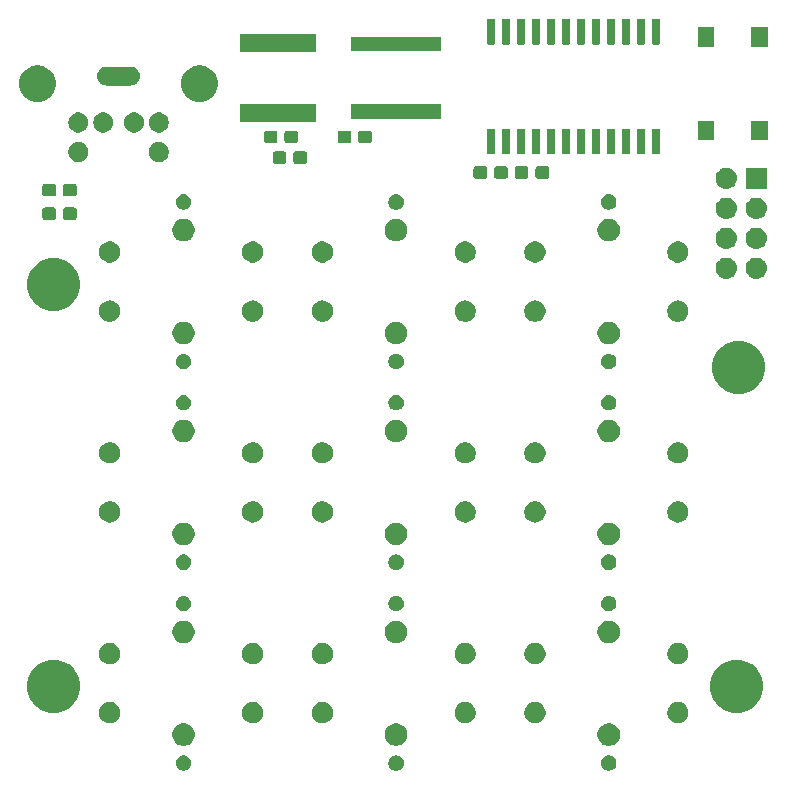
<source format=gbr>
G04 #@! TF.GenerationSoftware,KiCad,Pcbnew,5.1.2-f72e74a~84~ubuntu18.04.1*
G04 #@! TF.CreationDate,2019-07-30T17:21:04-04:00*
G04 #@! TF.ProjectId,kvm-keypad,6b766d2d-6b65-4797-9061-642e6b696361,rev?*
G04 #@! TF.SameCoordinates,Original*
G04 #@! TF.FileFunction,Soldermask,Top*
G04 #@! TF.FilePolarity,Negative*
%FSLAX46Y46*%
G04 Gerber Fmt 4.6, Leading zero omitted, Abs format (unit mm)*
G04 Created by KiCad (PCBNEW 5.1.2-f72e74a~84~ubuntu18.04.1) date 2019-07-30 17:21:04*
%MOMM*%
%LPD*%
G04 APERTURE LIST*
%ADD10C,0.100000*%
G04 APERTURE END LIST*
D10*
G36*
X44689890Y-92874017D02*
G01*
X44808364Y-92923091D01*
X44914988Y-92994335D01*
X45005665Y-93085012D01*
X45076909Y-93191636D01*
X45125983Y-93310110D01*
X45151000Y-93435882D01*
X45151000Y-93564118D01*
X45125983Y-93689890D01*
X45076909Y-93808364D01*
X45005665Y-93914988D01*
X44914988Y-94005665D01*
X44808364Y-94076909D01*
X44808363Y-94076910D01*
X44808362Y-94076910D01*
X44689890Y-94125983D01*
X44564119Y-94151000D01*
X44435881Y-94151000D01*
X44310110Y-94125983D01*
X44191638Y-94076910D01*
X44191637Y-94076910D01*
X44191636Y-94076909D01*
X44085012Y-94005665D01*
X43994335Y-93914988D01*
X43923091Y-93808364D01*
X43874017Y-93689890D01*
X43849000Y-93564118D01*
X43849000Y-93435882D01*
X43874017Y-93310110D01*
X43923091Y-93191636D01*
X43994335Y-93085012D01*
X44085012Y-92994335D01*
X44191636Y-92923091D01*
X44310110Y-92874017D01*
X44435881Y-92849000D01*
X44564119Y-92849000D01*
X44689890Y-92874017D01*
X44689890Y-92874017D01*
G37*
G36*
X62689890Y-92874017D02*
G01*
X62808364Y-92923091D01*
X62914988Y-92994335D01*
X63005665Y-93085012D01*
X63076909Y-93191636D01*
X63125983Y-93310110D01*
X63151000Y-93435882D01*
X63151000Y-93564118D01*
X63125983Y-93689890D01*
X63076909Y-93808364D01*
X63005665Y-93914988D01*
X62914988Y-94005665D01*
X62808364Y-94076909D01*
X62808363Y-94076910D01*
X62808362Y-94076910D01*
X62689890Y-94125983D01*
X62564119Y-94151000D01*
X62435881Y-94151000D01*
X62310110Y-94125983D01*
X62191638Y-94076910D01*
X62191637Y-94076910D01*
X62191636Y-94076909D01*
X62085012Y-94005665D01*
X61994335Y-93914988D01*
X61923091Y-93808364D01*
X61874017Y-93689890D01*
X61849000Y-93564118D01*
X61849000Y-93435882D01*
X61874017Y-93310110D01*
X61923091Y-93191636D01*
X61994335Y-93085012D01*
X62085012Y-92994335D01*
X62191636Y-92923091D01*
X62310110Y-92874017D01*
X62435881Y-92849000D01*
X62564119Y-92849000D01*
X62689890Y-92874017D01*
X62689890Y-92874017D01*
G37*
G36*
X80689890Y-92874017D02*
G01*
X80808364Y-92923091D01*
X80914988Y-92994335D01*
X81005665Y-93085012D01*
X81076909Y-93191636D01*
X81125983Y-93310110D01*
X81151000Y-93435882D01*
X81151000Y-93564118D01*
X81125983Y-93689890D01*
X81076909Y-93808364D01*
X81005665Y-93914988D01*
X80914988Y-94005665D01*
X80808364Y-94076909D01*
X80808363Y-94076910D01*
X80808362Y-94076910D01*
X80689890Y-94125983D01*
X80564119Y-94151000D01*
X80435881Y-94151000D01*
X80310110Y-94125983D01*
X80191638Y-94076910D01*
X80191637Y-94076910D01*
X80191636Y-94076909D01*
X80085012Y-94005665D01*
X79994335Y-93914988D01*
X79923091Y-93808364D01*
X79874017Y-93689890D01*
X79849000Y-93564118D01*
X79849000Y-93435882D01*
X79874017Y-93310110D01*
X79923091Y-93191636D01*
X79994335Y-93085012D01*
X80085012Y-92994335D01*
X80191636Y-92923091D01*
X80310110Y-92874017D01*
X80435881Y-92849000D01*
X80564119Y-92849000D01*
X80689890Y-92874017D01*
X80689890Y-92874017D01*
G37*
G36*
X80777395Y-90185546D02*
G01*
X80950466Y-90257234D01*
X80950467Y-90257235D01*
X81106227Y-90361310D01*
X81238690Y-90493773D01*
X81238691Y-90493775D01*
X81342766Y-90649534D01*
X81414454Y-90822605D01*
X81451000Y-91006333D01*
X81451000Y-91193667D01*
X81414454Y-91377395D01*
X81342766Y-91550466D01*
X81342765Y-91550467D01*
X81238690Y-91706227D01*
X81106227Y-91838690D01*
X81027818Y-91891081D01*
X80950466Y-91942766D01*
X80777395Y-92014454D01*
X80593667Y-92051000D01*
X80406333Y-92051000D01*
X80222605Y-92014454D01*
X80049534Y-91942766D01*
X79972182Y-91891081D01*
X79893773Y-91838690D01*
X79761310Y-91706227D01*
X79657235Y-91550467D01*
X79657234Y-91550466D01*
X79585546Y-91377395D01*
X79549000Y-91193667D01*
X79549000Y-91006333D01*
X79585546Y-90822605D01*
X79657234Y-90649534D01*
X79761309Y-90493775D01*
X79761310Y-90493773D01*
X79893773Y-90361310D01*
X80049533Y-90257235D01*
X80049534Y-90257234D01*
X80222605Y-90185546D01*
X80406333Y-90149000D01*
X80593667Y-90149000D01*
X80777395Y-90185546D01*
X80777395Y-90185546D01*
G37*
G36*
X44777395Y-90185546D02*
G01*
X44950466Y-90257234D01*
X44950467Y-90257235D01*
X45106227Y-90361310D01*
X45238690Y-90493773D01*
X45238691Y-90493775D01*
X45342766Y-90649534D01*
X45414454Y-90822605D01*
X45451000Y-91006333D01*
X45451000Y-91193667D01*
X45414454Y-91377395D01*
X45342766Y-91550466D01*
X45342765Y-91550467D01*
X45238690Y-91706227D01*
X45106227Y-91838690D01*
X45027818Y-91891081D01*
X44950466Y-91942766D01*
X44777395Y-92014454D01*
X44593667Y-92051000D01*
X44406333Y-92051000D01*
X44222605Y-92014454D01*
X44049534Y-91942766D01*
X43972182Y-91891081D01*
X43893773Y-91838690D01*
X43761310Y-91706227D01*
X43657235Y-91550467D01*
X43657234Y-91550466D01*
X43585546Y-91377395D01*
X43549000Y-91193667D01*
X43549000Y-91006333D01*
X43585546Y-90822605D01*
X43657234Y-90649534D01*
X43761309Y-90493775D01*
X43761310Y-90493773D01*
X43893773Y-90361310D01*
X44049533Y-90257235D01*
X44049534Y-90257234D01*
X44222605Y-90185546D01*
X44406333Y-90149000D01*
X44593667Y-90149000D01*
X44777395Y-90185546D01*
X44777395Y-90185546D01*
G37*
G36*
X62777395Y-90185546D02*
G01*
X62950466Y-90257234D01*
X62950467Y-90257235D01*
X63106227Y-90361310D01*
X63238690Y-90493773D01*
X63238691Y-90493775D01*
X63342766Y-90649534D01*
X63414454Y-90822605D01*
X63451000Y-91006333D01*
X63451000Y-91193667D01*
X63414454Y-91377395D01*
X63342766Y-91550466D01*
X63342765Y-91550467D01*
X63238690Y-91706227D01*
X63106227Y-91838690D01*
X63027818Y-91891081D01*
X62950466Y-91942766D01*
X62777395Y-92014454D01*
X62593667Y-92051000D01*
X62406333Y-92051000D01*
X62222605Y-92014454D01*
X62049534Y-91942766D01*
X61972182Y-91891081D01*
X61893773Y-91838690D01*
X61761310Y-91706227D01*
X61657235Y-91550467D01*
X61657234Y-91550466D01*
X61585546Y-91377395D01*
X61549000Y-91193667D01*
X61549000Y-91006333D01*
X61585546Y-90822605D01*
X61657234Y-90649534D01*
X61761309Y-90493775D01*
X61761310Y-90493773D01*
X61893773Y-90361310D01*
X62049533Y-90257235D01*
X62049534Y-90257234D01*
X62222605Y-90185546D01*
X62406333Y-90149000D01*
X62593667Y-90149000D01*
X62777395Y-90185546D01*
X62777395Y-90185546D01*
G37*
G36*
X50463512Y-88353927D02*
G01*
X50612812Y-88383624D01*
X50776784Y-88451544D01*
X50924354Y-88550147D01*
X51049853Y-88675646D01*
X51148456Y-88823216D01*
X51216376Y-88987188D01*
X51251000Y-89161259D01*
X51251000Y-89338741D01*
X51216376Y-89512812D01*
X51148456Y-89676784D01*
X51049853Y-89824354D01*
X50924354Y-89949853D01*
X50776784Y-90048456D01*
X50612812Y-90116376D01*
X50463512Y-90146073D01*
X50438742Y-90151000D01*
X50261258Y-90151000D01*
X50236488Y-90146073D01*
X50087188Y-90116376D01*
X49923216Y-90048456D01*
X49775646Y-89949853D01*
X49650147Y-89824354D01*
X49551544Y-89676784D01*
X49483624Y-89512812D01*
X49449000Y-89338741D01*
X49449000Y-89161259D01*
X49483624Y-88987188D01*
X49551544Y-88823216D01*
X49650147Y-88675646D01*
X49775646Y-88550147D01*
X49923216Y-88451544D01*
X50087188Y-88383624D01*
X50236488Y-88353927D01*
X50261258Y-88349000D01*
X50438742Y-88349000D01*
X50463512Y-88353927D01*
X50463512Y-88353927D01*
G37*
G36*
X56363512Y-88353927D02*
G01*
X56512812Y-88383624D01*
X56676784Y-88451544D01*
X56824354Y-88550147D01*
X56949853Y-88675646D01*
X57048456Y-88823216D01*
X57116376Y-88987188D01*
X57151000Y-89161259D01*
X57151000Y-89338741D01*
X57116376Y-89512812D01*
X57048456Y-89676784D01*
X56949853Y-89824354D01*
X56824354Y-89949853D01*
X56676784Y-90048456D01*
X56512812Y-90116376D01*
X56363512Y-90146073D01*
X56338742Y-90151000D01*
X56161258Y-90151000D01*
X56136488Y-90146073D01*
X55987188Y-90116376D01*
X55823216Y-90048456D01*
X55675646Y-89949853D01*
X55550147Y-89824354D01*
X55451544Y-89676784D01*
X55383624Y-89512812D01*
X55349000Y-89338741D01*
X55349000Y-89161259D01*
X55383624Y-88987188D01*
X55451544Y-88823216D01*
X55550147Y-88675646D01*
X55675646Y-88550147D01*
X55823216Y-88451544D01*
X55987188Y-88383624D01*
X56136488Y-88353927D01*
X56161258Y-88349000D01*
X56338742Y-88349000D01*
X56363512Y-88353927D01*
X56363512Y-88353927D01*
G37*
G36*
X68463512Y-88353927D02*
G01*
X68612812Y-88383624D01*
X68776784Y-88451544D01*
X68924354Y-88550147D01*
X69049853Y-88675646D01*
X69148456Y-88823216D01*
X69216376Y-88987188D01*
X69251000Y-89161259D01*
X69251000Y-89338741D01*
X69216376Y-89512812D01*
X69148456Y-89676784D01*
X69049853Y-89824354D01*
X68924354Y-89949853D01*
X68776784Y-90048456D01*
X68612812Y-90116376D01*
X68463512Y-90146073D01*
X68438742Y-90151000D01*
X68261258Y-90151000D01*
X68236488Y-90146073D01*
X68087188Y-90116376D01*
X67923216Y-90048456D01*
X67775646Y-89949853D01*
X67650147Y-89824354D01*
X67551544Y-89676784D01*
X67483624Y-89512812D01*
X67449000Y-89338741D01*
X67449000Y-89161259D01*
X67483624Y-88987188D01*
X67551544Y-88823216D01*
X67650147Y-88675646D01*
X67775646Y-88550147D01*
X67923216Y-88451544D01*
X68087188Y-88383624D01*
X68236488Y-88353927D01*
X68261258Y-88349000D01*
X68438742Y-88349000D01*
X68463512Y-88353927D01*
X68463512Y-88353927D01*
G37*
G36*
X74363512Y-88353927D02*
G01*
X74512812Y-88383624D01*
X74676784Y-88451544D01*
X74824354Y-88550147D01*
X74949853Y-88675646D01*
X75048456Y-88823216D01*
X75116376Y-88987188D01*
X75151000Y-89161259D01*
X75151000Y-89338741D01*
X75116376Y-89512812D01*
X75048456Y-89676784D01*
X74949853Y-89824354D01*
X74824354Y-89949853D01*
X74676784Y-90048456D01*
X74512812Y-90116376D01*
X74363512Y-90146073D01*
X74338742Y-90151000D01*
X74161258Y-90151000D01*
X74136488Y-90146073D01*
X73987188Y-90116376D01*
X73823216Y-90048456D01*
X73675646Y-89949853D01*
X73550147Y-89824354D01*
X73451544Y-89676784D01*
X73383624Y-89512812D01*
X73349000Y-89338741D01*
X73349000Y-89161259D01*
X73383624Y-88987188D01*
X73451544Y-88823216D01*
X73550147Y-88675646D01*
X73675646Y-88550147D01*
X73823216Y-88451544D01*
X73987188Y-88383624D01*
X74136488Y-88353927D01*
X74161258Y-88349000D01*
X74338742Y-88349000D01*
X74363512Y-88353927D01*
X74363512Y-88353927D01*
G37*
G36*
X86463512Y-88353927D02*
G01*
X86612812Y-88383624D01*
X86776784Y-88451544D01*
X86924354Y-88550147D01*
X87049853Y-88675646D01*
X87148456Y-88823216D01*
X87216376Y-88987188D01*
X87251000Y-89161259D01*
X87251000Y-89338741D01*
X87216376Y-89512812D01*
X87148456Y-89676784D01*
X87049853Y-89824354D01*
X86924354Y-89949853D01*
X86776784Y-90048456D01*
X86612812Y-90116376D01*
X86463512Y-90146073D01*
X86438742Y-90151000D01*
X86261258Y-90151000D01*
X86236488Y-90146073D01*
X86087188Y-90116376D01*
X85923216Y-90048456D01*
X85775646Y-89949853D01*
X85650147Y-89824354D01*
X85551544Y-89676784D01*
X85483624Y-89512812D01*
X85449000Y-89338741D01*
X85449000Y-89161259D01*
X85483624Y-88987188D01*
X85551544Y-88823216D01*
X85650147Y-88675646D01*
X85775646Y-88550147D01*
X85923216Y-88451544D01*
X86087188Y-88383624D01*
X86236488Y-88353927D01*
X86261258Y-88349000D01*
X86438742Y-88349000D01*
X86463512Y-88353927D01*
X86463512Y-88353927D01*
G37*
G36*
X38363512Y-88353927D02*
G01*
X38512812Y-88383624D01*
X38676784Y-88451544D01*
X38824354Y-88550147D01*
X38949853Y-88675646D01*
X39048456Y-88823216D01*
X39116376Y-88987188D01*
X39151000Y-89161259D01*
X39151000Y-89338741D01*
X39116376Y-89512812D01*
X39048456Y-89676784D01*
X38949853Y-89824354D01*
X38824354Y-89949853D01*
X38676784Y-90048456D01*
X38512812Y-90116376D01*
X38363512Y-90146073D01*
X38338742Y-90151000D01*
X38161258Y-90151000D01*
X38136488Y-90146073D01*
X37987188Y-90116376D01*
X37823216Y-90048456D01*
X37675646Y-89949853D01*
X37550147Y-89824354D01*
X37451544Y-89676784D01*
X37383624Y-89512812D01*
X37349000Y-89338741D01*
X37349000Y-89161259D01*
X37383624Y-88987188D01*
X37451544Y-88823216D01*
X37550147Y-88675646D01*
X37675646Y-88550147D01*
X37823216Y-88451544D01*
X37987188Y-88383624D01*
X38136488Y-88353927D01*
X38161258Y-88349000D01*
X38338742Y-88349000D01*
X38363512Y-88353927D01*
X38363512Y-88353927D01*
G37*
G36*
X91609154Y-84759776D02*
G01*
X91989867Y-84835504D01*
X92399523Y-85005189D01*
X92768203Y-85251534D01*
X93081740Y-85565071D01*
X93328085Y-85933751D01*
X93497770Y-86343407D01*
X93584274Y-86778296D01*
X93584274Y-87221704D01*
X93497770Y-87656593D01*
X93328085Y-88066249D01*
X93081740Y-88434929D01*
X92768203Y-88748466D01*
X92399523Y-88994811D01*
X91989867Y-89164496D01*
X91609154Y-89240224D01*
X91554979Y-89251000D01*
X91111569Y-89251000D01*
X91057394Y-89240224D01*
X90676681Y-89164496D01*
X90267025Y-88994811D01*
X89898345Y-88748466D01*
X89584808Y-88434929D01*
X89338463Y-88066249D01*
X89168778Y-87656593D01*
X89082274Y-87221704D01*
X89082274Y-86778296D01*
X89168778Y-86343407D01*
X89338463Y-85933751D01*
X89584808Y-85565071D01*
X89898345Y-85251534D01*
X90267025Y-85005189D01*
X90676681Y-84835504D01*
X91057394Y-84759776D01*
X91111569Y-84749000D01*
X91554979Y-84749000D01*
X91609154Y-84759776D01*
X91609154Y-84759776D01*
G37*
G36*
X33775880Y-84759776D02*
G01*
X34156593Y-84835504D01*
X34566249Y-85005189D01*
X34934929Y-85251534D01*
X35248466Y-85565071D01*
X35494811Y-85933751D01*
X35664496Y-86343407D01*
X35751000Y-86778296D01*
X35751000Y-87221704D01*
X35664496Y-87656593D01*
X35494811Y-88066249D01*
X35248466Y-88434929D01*
X34934929Y-88748466D01*
X34566249Y-88994811D01*
X34156593Y-89164496D01*
X33775880Y-89240224D01*
X33721705Y-89251000D01*
X33278295Y-89251000D01*
X33224120Y-89240224D01*
X32843407Y-89164496D01*
X32433751Y-88994811D01*
X32065071Y-88748466D01*
X31751534Y-88434929D01*
X31505189Y-88066249D01*
X31335504Y-87656593D01*
X31249000Y-87221704D01*
X31249000Y-86778296D01*
X31335504Y-86343407D01*
X31505189Y-85933751D01*
X31751534Y-85565071D01*
X32065071Y-85251534D01*
X32433751Y-85005189D01*
X32843407Y-84835504D01*
X33224120Y-84759776D01*
X33278295Y-84749000D01*
X33721705Y-84749000D01*
X33775880Y-84759776D01*
X33775880Y-84759776D01*
G37*
G36*
X56363512Y-83353927D02*
G01*
X56512812Y-83383624D01*
X56676784Y-83451544D01*
X56824354Y-83550147D01*
X56949853Y-83675646D01*
X57048456Y-83823216D01*
X57116376Y-83987188D01*
X57151000Y-84161259D01*
X57151000Y-84338741D01*
X57116376Y-84512812D01*
X57048456Y-84676784D01*
X56949853Y-84824354D01*
X56824354Y-84949853D01*
X56676784Y-85048456D01*
X56512812Y-85116376D01*
X56363512Y-85146073D01*
X56338742Y-85151000D01*
X56161258Y-85151000D01*
X56136488Y-85146073D01*
X55987188Y-85116376D01*
X55823216Y-85048456D01*
X55675646Y-84949853D01*
X55550147Y-84824354D01*
X55451544Y-84676784D01*
X55383624Y-84512812D01*
X55349000Y-84338741D01*
X55349000Y-84161259D01*
X55383624Y-83987188D01*
X55451544Y-83823216D01*
X55550147Y-83675646D01*
X55675646Y-83550147D01*
X55823216Y-83451544D01*
X55987188Y-83383624D01*
X56136488Y-83353927D01*
X56161258Y-83349000D01*
X56338742Y-83349000D01*
X56363512Y-83353927D01*
X56363512Y-83353927D01*
G37*
G36*
X68463512Y-83353927D02*
G01*
X68612812Y-83383624D01*
X68776784Y-83451544D01*
X68924354Y-83550147D01*
X69049853Y-83675646D01*
X69148456Y-83823216D01*
X69216376Y-83987188D01*
X69251000Y-84161259D01*
X69251000Y-84338741D01*
X69216376Y-84512812D01*
X69148456Y-84676784D01*
X69049853Y-84824354D01*
X68924354Y-84949853D01*
X68776784Y-85048456D01*
X68612812Y-85116376D01*
X68463512Y-85146073D01*
X68438742Y-85151000D01*
X68261258Y-85151000D01*
X68236488Y-85146073D01*
X68087188Y-85116376D01*
X67923216Y-85048456D01*
X67775646Y-84949853D01*
X67650147Y-84824354D01*
X67551544Y-84676784D01*
X67483624Y-84512812D01*
X67449000Y-84338741D01*
X67449000Y-84161259D01*
X67483624Y-83987188D01*
X67551544Y-83823216D01*
X67650147Y-83675646D01*
X67775646Y-83550147D01*
X67923216Y-83451544D01*
X68087188Y-83383624D01*
X68236488Y-83353927D01*
X68261258Y-83349000D01*
X68438742Y-83349000D01*
X68463512Y-83353927D01*
X68463512Y-83353927D01*
G37*
G36*
X74363512Y-83353927D02*
G01*
X74512812Y-83383624D01*
X74676784Y-83451544D01*
X74824354Y-83550147D01*
X74949853Y-83675646D01*
X75048456Y-83823216D01*
X75116376Y-83987188D01*
X75151000Y-84161259D01*
X75151000Y-84338741D01*
X75116376Y-84512812D01*
X75048456Y-84676784D01*
X74949853Y-84824354D01*
X74824354Y-84949853D01*
X74676784Y-85048456D01*
X74512812Y-85116376D01*
X74363512Y-85146073D01*
X74338742Y-85151000D01*
X74161258Y-85151000D01*
X74136488Y-85146073D01*
X73987188Y-85116376D01*
X73823216Y-85048456D01*
X73675646Y-84949853D01*
X73550147Y-84824354D01*
X73451544Y-84676784D01*
X73383624Y-84512812D01*
X73349000Y-84338741D01*
X73349000Y-84161259D01*
X73383624Y-83987188D01*
X73451544Y-83823216D01*
X73550147Y-83675646D01*
X73675646Y-83550147D01*
X73823216Y-83451544D01*
X73987188Y-83383624D01*
X74136488Y-83353927D01*
X74161258Y-83349000D01*
X74338742Y-83349000D01*
X74363512Y-83353927D01*
X74363512Y-83353927D01*
G37*
G36*
X38363512Y-83353927D02*
G01*
X38512812Y-83383624D01*
X38676784Y-83451544D01*
X38824354Y-83550147D01*
X38949853Y-83675646D01*
X39048456Y-83823216D01*
X39116376Y-83987188D01*
X39151000Y-84161259D01*
X39151000Y-84338741D01*
X39116376Y-84512812D01*
X39048456Y-84676784D01*
X38949853Y-84824354D01*
X38824354Y-84949853D01*
X38676784Y-85048456D01*
X38512812Y-85116376D01*
X38363512Y-85146073D01*
X38338742Y-85151000D01*
X38161258Y-85151000D01*
X38136488Y-85146073D01*
X37987188Y-85116376D01*
X37823216Y-85048456D01*
X37675646Y-84949853D01*
X37550147Y-84824354D01*
X37451544Y-84676784D01*
X37383624Y-84512812D01*
X37349000Y-84338741D01*
X37349000Y-84161259D01*
X37383624Y-83987188D01*
X37451544Y-83823216D01*
X37550147Y-83675646D01*
X37675646Y-83550147D01*
X37823216Y-83451544D01*
X37987188Y-83383624D01*
X38136488Y-83353927D01*
X38161258Y-83349000D01*
X38338742Y-83349000D01*
X38363512Y-83353927D01*
X38363512Y-83353927D01*
G37*
G36*
X50463512Y-83353927D02*
G01*
X50612812Y-83383624D01*
X50776784Y-83451544D01*
X50924354Y-83550147D01*
X51049853Y-83675646D01*
X51148456Y-83823216D01*
X51216376Y-83987188D01*
X51251000Y-84161259D01*
X51251000Y-84338741D01*
X51216376Y-84512812D01*
X51148456Y-84676784D01*
X51049853Y-84824354D01*
X50924354Y-84949853D01*
X50776784Y-85048456D01*
X50612812Y-85116376D01*
X50463512Y-85146073D01*
X50438742Y-85151000D01*
X50261258Y-85151000D01*
X50236488Y-85146073D01*
X50087188Y-85116376D01*
X49923216Y-85048456D01*
X49775646Y-84949853D01*
X49650147Y-84824354D01*
X49551544Y-84676784D01*
X49483624Y-84512812D01*
X49449000Y-84338741D01*
X49449000Y-84161259D01*
X49483624Y-83987188D01*
X49551544Y-83823216D01*
X49650147Y-83675646D01*
X49775646Y-83550147D01*
X49923216Y-83451544D01*
X50087188Y-83383624D01*
X50236488Y-83353927D01*
X50261258Y-83349000D01*
X50438742Y-83349000D01*
X50463512Y-83353927D01*
X50463512Y-83353927D01*
G37*
G36*
X86463512Y-83353927D02*
G01*
X86612812Y-83383624D01*
X86776784Y-83451544D01*
X86924354Y-83550147D01*
X87049853Y-83675646D01*
X87148456Y-83823216D01*
X87216376Y-83987188D01*
X87251000Y-84161259D01*
X87251000Y-84338741D01*
X87216376Y-84512812D01*
X87148456Y-84676784D01*
X87049853Y-84824354D01*
X86924354Y-84949853D01*
X86776784Y-85048456D01*
X86612812Y-85116376D01*
X86463512Y-85146073D01*
X86438742Y-85151000D01*
X86261258Y-85151000D01*
X86236488Y-85146073D01*
X86087188Y-85116376D01*
X85923216Y-85048456D01*
X85775646Y-84949853D01*
X85650147Y-84824354D01*
X85551544Y-84676784D01*
X85483624Y-84512812D01*
X85449000Y-84338741D01*
X85449000Y-84161259D01*
X85483624Y-83987188D01*
X85551544Y-83823216D01*
X85650147Y-83675646D01*
X85775646Y-83550147D01*
X85923216Y-83451544D01*
X86087188Y-83383624D01*
X86236488Y-83353927D01*
X86261258Y-83349000D01*
X86438742Y-83349000D01*
X86463512Y-83353927D01*
X86463512Y-83353927D01*
G37*
G36*
X62777395Y-81485546D02*
G01*
X62950466Y-81557234D01*
X62950467Y-81557235D01*
X63106227Y-81661310D01*
X63238690Y-81793773D01*
X63238691Y-81793775D01*
X63342766Y-81949534D01*
X63414454Y-82122605D01*
X63451000Y-82306333D01*
X63451000Y-82493667D01*
X63414454Y-82677395D01*
X63342766Y-82850466D01*
X63342765Y-82850467D01*
X63238690Y-83006227D01*
X63106227Y-83138690D01*
X63027818Y-83191081D01*
X62950466Y-83242766D01*
X62777395Y-83314454D01*
X62593667Y-83351000D01*
X62406333Y-83351000D01*
X62222605Y-83314454D01*
X62049534Y-83242766D01*
X61972182Y-83191081D01*
X61893773Y-83138690D01*
X61761310Y-83006227D01*
X61657235Y-82850467D01*
X61657234Y-82850466D01*
X61585546Y-82677395D01*
X61549000Y-82493667D01*
X61549000Y-82306333D01*
X61585546Y-82122605D01*
X61657234Y-81949534D01*
X61761309Y-81793775D01*
X61761310Y-81793773D01*
X61893773Y-81661310D01*
X62049533Y-81557235D01*
X62049534Y-81557234D01*
X62222605Y-81485546D01*
X62406333Y-81449000D01*
X62593667Y-81449000D01*
X62777395Y-81485546D01*
X62777395Y-81485546D01*
G37*
G36*
X44777395Y-81485546D02*
G01*
X44950466Y-81557234D01*
X44950467Y-81557235D01*
X45106227Y-81661310D01*
X45238690Y-81793773D01*
X45238691Y-81793775D01*
X45342766Y-81949534D01*
X45414454Y-82122605D01*
X45451000Y-82306333D01*
X45451000Y-82493667D01*
X45414454Y-82677395D01*
X45342766Y-82850466D01*
X45342765Y-82850467D01*
X45238690Y-83006227D01*
X45106227Y-83138690D01*
X45027818Y-83191081D01*
X44950466Y-83242766D01*
X44777395Y-83314454D01*
X44593667Y-83351000D01*
X44406333Y-83351000D01*
X44222605Y-83314454D01*
X44049534Y-83242766D01*
X43972182Y-83191081D01*
X43893773Y-83138690D01*
X43761310Y-83006227D01*
X43657235Y-82850467D01*
X43657234Y-82850466D01*
X43585546Y-82677395D01*
X43549000Y-82493667D01*
X43549000Y-82306333D01*
X43585546Y-82122605D01*
X43657234Y-81949534D01*
X43761309Y-81793775D01*
X43761310Y-81793773D01*
X43893773Y-81661310D01*
X44049533Y-81557235D01*
X44049534Y-81557234D01*
X44222605Y-81485546D01*
X44406333Y-81449000D01*
X44593667Y-81449000D01*
X44777395Y-81485546D01*
X44777395Y-81485546D01*
G37*
G36*
X80777395Y-81485546D02*
G01*
X80950466Y-81557234D01*
X80950467Y-81557235D01*
X81106227Y-81661310D01*
X81238690Y-81793773D01*
X81238691Y-81793775D01*
X81342766Y-81949534D01*
X81414454Y-82122605D01*
X81451000Y-82306333D01*
X81451000Y-82493667D01*
X81414454Y-82677395D01*
X81342766Y-82850466D01*
X81342765Y-82850467D01*
X81238690Y-83006227D01*
X81106227Y-83138690D01*
X81027818Y-83191081D01*
X80950466Y-83242766D01*
X80777395Y-83314454D01*
X80593667Y-83351000D01*
X80406333Y-83351000D01*
X80222605Y-83314454D01*
X80049534Y-83242766D01*
X79972182Y-83191081D01*
X79893773Y-83138690D01*
X79761310Y-83006227D01*
X79657235Y-82850467D01*
X79657234Y-82850466D01*
X79585546Y-82677395D01*
X79549000Y-82493667D01*
X79549000Y-82306333D01*
X79585546Y-82122605D01*
X79657234Y-81949534D01*
X79761309Y-81793775D01*
X79761310Y-81793773D01*
X79893773Y-81661310D01*
X80049533Y-81557235D01*
X80049534Y-81557234D01*
X80222605Y-81485546D01*
X80406333Y-81449000D01*
X80593667Y-81449000D01*
X80777395Y-81485546D01*
X80777395Y-81485546D01*
G37*
G36*
X80689890Y-79374017D02*
G01*
X80808364Y-79423091D01*
X80914988Y-79494335D01*
X81005665Y-79585012D01*
X81076909Y-79691636D01*
X81125983Y-79810110D01*
X81151000Y-79935882D01*
X81151000Y-80064118D01*
X81125983Y-80189890D01*
X81076909Y-80308364D01*
X81005665Y-80414988D01*
X80914988Y-80505665D01*
X80808364Y-80576909D01*
X80808363Y-80576910D01*
X80808362Y-80576910D01*
X80689890Y-80625983D01*
X80564119Y-80651000D01*
X80435881Y-80651000D01*
X80310110Y-80625983D01*
X80191638Y-80576910D01*
X80191637Y-80576910D01*
X80191636Y-80576909D01*
X80085012Y-80505665D01*
X79994335Y-80414988D01*
X79923091Y-80308364D01*
X79874017Y-80189890D01*
X79849000Y-80064118D01*
X79849000Y-79935882D01*
X79874017Y-79810110D01*
X79923091Y-79691636D01*
X79994335Y-79585012D01*
X80085012Y-79494335D01*
X80191636Y-79423091D01*
X80310110Y-79374017D01*
X80435881Y-79349000D01*
X80564119Y-79349000D01*
X80689890Y-79374017D01*
X80689890Y-79374017D01*
G37*
G36*
X44689890Y-79374017D02*
G01*
X44808364Y-79423091D01*
X44914988Y-79494335D01*
X45005665Y-79585012D01*
X45076909Y-79691636D01*
X45125983Y-79810110D01*
X45151000Y-79935882D01*
X45151000Y-80064118D01*
X45125983Y-80189890D01*
X45076909Y-80308364D01*
X45005665Y-80414988D01*
X44914988Y-80505665D01*
X44808364Y-80576909D01*
X44808363Y-80576910D01*
X44808362Y-80576910D01*
X44689890Y-80625983D01*
X44564119Y-80651000D01*
X44435881Y-80651000D01*
X44310110Y-80625983D01*
X44191638Y-80576910D01*
X44191637Y-80576910D01*
X44191636Y-80576909D01*
X44085012Y-80505665D01*
X43994335Y-80414988D01*
X43923091Y-80308364D01*
X43874017Y-80189890D01*
X43849000Y-80064118D01*
X43849000Y-79935882D01*
X43874017Y-79810110D01*
X43923091Y-79691636D01*
X43994335Y-79585012D01*
X44085012Y-79494335D01*
X44191636Y-79423091D01*
X44310110Y-79374017D01*
X44435881Y-79349000D01*
X44564119Y-79349000D01*
X44689890Y-79374017D01*
X44689890Y-79374017D01*
G37*
G36*
X62689890Y-79374017D02*
G01*
X62808364Y-79423091D01*
X62914988Y-79494335D01*
X63005665Y-79585012D01*
X63076909Y-79691636D01*
X63125983Y-79810110D01*
X63151000Y-79935882D01*
X63151000Y-80064118D01*
X63125983Y-80189890D01*
X63076909Y-80308364D01*
X63005665Y-80414988D01*
X62914988Y-80505665D01*
X62808364Y-80576909D01*
X62808363Y-80576910D01*
X62808362Y-80576910D01*
X62689890Y-80625983D01*
X62564119Y-80651000D01*
X62435881Y-80651000D01*
X62310110Y-80625983D01*
X62191638Y-80576910D01*
X62191637Y-80576910D01*
X62191636Y-80576909D01*
X62085012Y-80505665D01*
X61994335Y-80414988D01*
X61923091Y-80308364D01*
X61874017Y-80189890D01*
X61849000Y-80064118D01*
X61849000Y-79935882D01*
X61874017Y-79810110D01*
X61923091Y-79691636D01*
X61994335Y-79585012D01*
X62085012Y-79494335D01*
X62191636Y-79423091D01*
X62310110Y-79374017D01*
X62435881Y-79349000D01*
X62564119Y-79349000D01*
X62689890Y-79374017D01*
X62689890Y-79374017D01*
G37*
G36*
X80689890Y-75874017D02*
G01*
X80808364Y-75923091D01*
X80914988Y-75994335D01*
X81005665Y-76085012D01*
X81076909Y-76191636D01*
X81125983Y-76310110D01*
X81151000Y-76435882D01*
X81151000Y-76564118D01*
X81125983Y-76689890D01*
X81076909Y-76808364D01*
X81005665Y-76914988D01*
X80914988Y-77005665D01*
X80808364Y-77076909D01*
X80808363Y-77076910D01*
X80808362Y-77076910D01*
X80689890Y-77125983D01*
X80564119Y-77151000D01*
X80435881Y-77151000D01*
X80310110Y-77125983D01*
X80191638Y-77076910D01*
X80191637Y-77076910D01*
X80191636Y-77076909D01*
X80085012Y-77005665D01*
X79994335Y-76914988D01*
X79923091Y-76808364D01*
X79874017Y-76689890D01*
X79849000Y-76564118D01*
X79849000Y-76435882D01*
X79874017Y-76310110D01*
X79923091Y-76191636D01*
X79994335Y-76085012D01*
X80085012Y-75994335D01*
X80191636Y-75923091D01*
X80310110Y-75874017D01*
X80435881Y-75849000D01*
X80564119Y-75849000D01*
X80689890Y-75874017D01*
X80689890Y-75874017D01*
G37*
G36*
X44689890Y-75874017D02*
G01*
X44808364Y-75923091D01*
X44914988Y-75994335D01*
X45005665Y-76085012D01*
X45076909Y-76191636D01*
X45125983Y-76310110D01*
X45151000Y-76435882D01*
X45151000Y-76564118D01*
X45125983Y-76689890D01*
X45076909Y-76808364D01*
X45005665Y-76914988D01*
X44914988Y-77005665D01*
X44808364Y-77076909D01*
X44808363Y-77076910D01*
X44808362Y-77076910D01*
X44689890Y-77125983D01*
X44564119Y-77151000D01*
X44435881Y-77151000D01*
X44310110Y-77125983D01*
X44191638Y-77076910D01*
X44191637Y-77076910D01*
X44191636Y-77076909D01*
X44085012Y-77005665D01*
X43994335Y-76914988D01*
X43923091Y-76808364D01*
X43874017Y-76689890D01*
X43849000Y-76564118D01*
X43849000Y-76435882D01*
X43874017Y-76310110D01*
X43923091Y-76191636D01*
X43994335Y-76085012D01*
X44085012Y-75994335D01*
X44191636Y-75923091D01*
X44310110Y-75874017D01*
X44435881Y-75849000D01*
X44564119Y-75849000D01*
X44689890Y-75874017D01*
X44689890Y-75874017D01*
G37*
G36*
X62689890Y-75874017D02*
G01*
X62808364Y-75923091D01*
X62914988Y-75994335D01*
X63005665Y-76085012D01*
X63076909Y-76191636D01*
X63125983Y-76310110D01*
X63151000Y-76435882D01*
X63151000Y-76564118D01*
X63125983Y-76689890D01*
X63076909Y-76808364D01*
X63005665Y-76914988D01*
X62914988Y-77005665D01*
X62808364Y-77076909D01*
X62808363Y-77076910D01*
X62808362Y-77076910D01*
X62689890Y-77125983D01*
X62564119Y-77151000D01*
X62435881Y-77151000D01*
X62310110Y-77125983D01*
X62191638Y-77076910D01*
X62191637Y-77076910D01*
X62191636Y-77076909D01*
X62085012Y-77005665D01*
X61994335Y-76914988D01*
X61923091Y-76808364D01*
X61874017Y-76689890D01*
X61849000Y-76564118D01*
X61849000Y-76435882D01*
X61874017Y-76310110D01*
X61923091Y-76191636D01*
X61994335Y-76085012D01*
X62085012Y-75994335D01*
X62191636Y-75923091D01*
X62310110Y-75874017D01*
X62435881Y-75849000D01*
X62564119Y-75849000D01*
X62689890Y-75874017D01*
X62689890Y-75874017D01*
G37*
G36*
X80777395Y-73185546D02*
G01*
X80950466Y-73257234D01*
X80950467Y-73257235D01*
X81106227Y-73361310D01*
X81238690Y-73493773D01*
X81238691Y-73493775D01*
X81342766Y-73649534D01*
X81414454Y-73822605D01*
X81451000Y-74006333D01*
X81451000Y-74193667D01*
X81414454Y-74377395D01*
X81342766Y-74550466D01*
X81342765Y-74550467D01*
X81238690Y-74706227D01*
X81106227Y-74838690D01*
X81027818Y-74891081D01*
X80950466Y-74942766D01*
X80777395Y-75014454D01*
X80593667Y-75051000D01*
X80406333Y-75051000D01*
X80222605Y-75014454D01*
X80049534Y-74942766D01*
X79972182Y-74891081D01*
X79893773Y-74838690D01*
X79761310Y-74706227D01*
X79657235Y-74550467D01*
X79657234Y-74550466D01*
X79585546Y-74377395D01*
X79549000Y-74193667D01*
X79549000Y-74006333D01*
X79585546Y-73822605D01*
X79657234Y-73649534D01*
X79761309Y-73493775D01*
X79761310Y-73493773D01*
X79893773Y-73361310D01*
X80049533Y-73257235D01*
X80049534Y-73257234D01*
X80222605Y-73185546D01*
X80406333Y-73149000D01*
X80593667Y-73149000D01*
X80777395Y-73185546D01*
X80777395Y-73185546D01*
G37*
G36*
X44777395Y-73185546D02*
G01*
X44950466Y-73257234D01*
X44950467Y-73257235D01*
X45106227Y-73361310D01*
X45238690Y-73493773D01*
X45238691Y-73493775D01*
X45342766Y-73649534D01*
X45414454Y-73822605D01*
X45451000Y-74006333D01*
X45451000Y-74193667D01*
X45414454Y-74377395D01*
X45342766Y-74550466D01*
X45342765Y-74550467D01*
X45238690Y-74706227D01*
X45106227Y-74838690D01*
X45027818Y-74891081D01*
X44950466Y-74942766D01*
X44777395Y-75014454D01*
X44593667Y-75051000D01*
X44406333Y-75051000D01*
X44222605Y-75014454D01*
X44049534Y-74942766D01*
X43972182Y-74891081D01*
X43893773Y-74838690D01*
X43761310Y-74706227D01*
X43657235Y-74550467D01*
X43657234Y-74550466D01*
X43585546Y-74377395D01*
X43549000Y-74193667D01*
X43549000Y-74006333D01*
X43585546Y-73822605D01*
X43657234Y-73649534D01*
X43761309Y-73493775D01*
X43761310Y-73493773D01*
X43893773Y-73361310D01*
X44049533Y-73257235D01*
X44049534Y-73257234D01*
X44222605Y-73185546D01*
X44406333Y-73149000D01*
X44593667Y-73149000D01*
X44777395Y-73185546D01*
X44777395Y-73185546D01*
G37*
G36*
X62777395Y-73185546D02*
G01*
X62950466Y-73257234D01*
X62950467Y-73257235D01*
X63106227Y-73361310D01*
X63238690Y-73493773D01*
X63238691Y-73493775D01*
X63342766Y-73649534D01*
X63414454Y-73822605D01*
X63451000Y-74006333D01*
X63451000Y-74193667D01*
X63414454Y-74377395D01*
X63342766Y-74550466D01*
X63342765Y-74550467D01*
X63238690Y-74706227D01*
X63106227Y-74838690D01*
X63027818Y-74891081D01*
X62950466Y-74942766D01*
X62777395Y-75014454D01*
X62593667Y-75051000D01*
X62406333Y-75051000D01*
X62222605Y-75014454D01*
X62049534Y-74942766D01*
X61972182Y-74891081D01*
X61893773Y-74838690D01*
X61761310Y-74706227D01*
X61657235Y-74550467D01*
X61657234Y-74550466D01*
X61585546Y-74377395D01*
X61549000Y-74193667D01*
X61549000Y-74006333D01*
X61585546Y-73822605D01*
X61657234Y-73649534D01*
X61761309Y-73493775D01*
X61761310Y-73493773D01*
X61893773Y-73361310D01*
X62049533Y-73257235D01*
X62049534Y-73257234D01*
X62222605Y-73185546D01*
X62406333Y-73149000D01*
X62593667Y-73149000D01*
X62777395Y-73185546D01*
X62777395Y-73185546D01*
G37*
G36*
X68463512Y-71353927D02*
G01*
X68612812Y-71383624D01*
X68776784Y-71451544D01*
X68924354Y-71550147D01*
X69049853Y-71675646D01*
X69148456Y-71823216D01*
X69216376Y-71987188D01*
X69251000Y-72161259D01*
X69251000Y-72338741D01*
X69216376Y-72512812D01*
X69148456Y-72676784D01*
X69049853Y-72824354D01*
X68924354Y-72949853D01*
X68776784Y-73048456D01*
X68612812Y-73116376D01*
X68463512Y-73146073D01*
X68438742Y-73151000D01*
X68261258Y-73151000D01*
X68236488Y-73146073D01*
X68087188Y-73116376D01*
X67923216Y-73048456D01*
X67775646Y-72949853D01*
X67650147Y-72824354D01*
X67551544Y-72676784D01*
X67483624Y-72512812D01*
X67449000Y-72338741D01*
X67449000Y-72161259D01*
X67483624Y-71987188D01*
X67551544Y-71823216D01*
X67650147Y-71675646D01*
X67775646Y-71550147D01*
X67923216Y-71451544D01*
X68087188Y-71383624D01*
X68236488Y-71353927D01*
X68261258Y-71349000D01*
X68438742Y-71349000D01*
X68463512Y-71353927D01*
X68463512Y-71353927D01*
G37*
G36*
X74363512Y-71353927D02*
G01*
X74512812Y-71383624D01*
X74676784Y-71451544D01*
X74824354Y-71550147D01*
X74949853Y-71675646D01*
X75048456Y-71823216D01*
X75116376Y-71987188D01*
X75151000Y-72161259D01*
X75151000Y-72338741D01*
X75116376Y-72512812D01*
X75048456Y-72676784D01*
X74949853Y-72824354D01*
X74824354Y-72949853D01*
X74676784Y-73048456D01*
X74512812Y-73116376D01*
X74363512Y-73146073D01*
X74338742Y-73151000D01*
X74161258Y-73151000D01*
X74136488Y-73146073D01*
X73987188Y-73116376D01*
X73823216Y-73048456D01*
X73675646Y-72949853D01*
X73550147Y-72824354D01*
X73451544Y-72676784D01*
X73383624Y-72512812D01*
X73349000Y-72338741D01*
X73349000Y-72161259D01*
X73383624Y-71987188D01*
X73451544Y-71823216D01*
X73550147Y-71675646D01*
X73675646Y-71550147D01*
X73823216Y-71451544D01*
X73987188Y-71383624D01*
X74136488Y-71353927D01*
X74161258Y-71349000D01*
X74338742Y-71349000D01*
X74363512Y-71353927D01*
X74363512Y-71353927D01*
G37*
G36*
X86463512Y-71353927D02*
G01*
X86612812Y-71383624D01*
X86776784Y-71451544D01*
X86924354Y-71550147D01*
X87049853Y-71675646D01*
X87148456Y-71823216D01*
X87216376Y-71987188D01*
X87251000Y-72161259D01*
X87251000Y-72338741D01*
X87216376Y-72512812D01*
X87148456Y-72676784D01*
X87049853Y-72824354D01*
X86924354Y-72949853D01*
X86776784Y-73048456D01*
X86612812Y-73116376D01*
X86463512Y-73146073D01*
X86438742Y-73151000D01*
X86261258Y-73151000D01*
X86236488Y-73146073D01*
X86087188Y-73116376D01*
X85923216Y-73048456D01*
X85775646Y-72949853D01*
X85650147Y-72824354D01*
X85551544Y-72676784D01*
X85483624Y-72512812D01*
X85449000Y-72338741D01*
X85449000Y-72161259D01*
X85483624Y-71987188D01*
X85551544Y-71823216D01*
X85650147Y-71675646D01*
X85775646Y-71550147D01*
X85923216Y-71451544D01*
X86087188Y-71383624D01*
X86236488Y-71353927D01*
X86261258Y-71349000D01*
X86438742Y-71349000D01*
X86463512Y-71353927D01*
X86463512Y-71353927D01*
G37*
G36*
X56363512Y-71353927D02*
G01*
X56512812Y-71383624D01*
X56676784Y-71451544D01*
X56824354Y-71550147D01*
X56949853Y-71675646D01*
X57048456Y-71823216D01*
X57116376Y-71987188D01*
X57151000Y-72161259D01*
X57151000Y-72338741D01*
X57116376Y-72512812D01*
X57048456Y-72676784D01*
X56949853Y-72824354D01*
X56824354Y-72949853D01*
X56676784Y-73048456D01*
X56512812Y-73116376D01*
X56363512Y-73146073D01*
X56338742Y-73151000D01*
X56161258Y-73151000D01*
X56136488Y-73146073D01*
X55987188Y-73116376D01*
X55823216Y-73048456D01*
X55675646Y-72949853D01*
X55550147Y-72824354D01*
X55451544Y-72676784D01*
X55383624Y-72512812D01*
X55349000Y-72338741D01*
X55349000Y-72161259D01*
X55383624Y-71987188D01*
X55451544Y-71823216D01*
X55550147Y-71675646D01*
X55675646Y-71550147D01*
X55823216Y-71451544D01*
X55987188Y-71383624D01*
X56136488Y-71353927D01*
X56161258Y-71349000D01*
X56338742Y-71349000D01*
X56363512Y-71353927D01*
X56363512Y-71353927D01*
G37*
G36*
X50463512Y-71353927D02*
G01*
X50612812Y-71383624D01*
X50776784Y-71451544D01*
X50924354Y-71550147D01*
X51049853Y-71675646D01*
X51148456Y-71823216D01*
X51216376Y-71987188D01*
X51251000Y-72161259D01*
X51251000Y-72338741D01*
X51216376Y-72512812D01*
X51148456Y-72676784D01*
X51049853Y-72824354D01*
X50924354Y-72949853D01*
X50776784Y-73048456D01*
X50612812Y-73116376D01*
X50463512Y-73146073D01*
X50438742Y-73151000D01*
X50261258Y-73151000D01*
X50236488Y-73146073D01*
X50087188Y-73116376D01*
X49923216Y-73048456D01*
X49775646Y-72949853D01*
X49650147Y-72824354D01*
X49551544Y-72676784D01*
X49483624Y-72512812D01*
X49449000Y-72338741D01*
X49449000Y-72161259D01*
X49483624Y-71987188D01*
X49551544Y-71823216D01*
X49650147Y-71675646D01*
X49775646Y-71550147D01*
X49923216Y-71451544D01*
X50087188Y-71383624D01*
X50236488Y-71353927D01*
X50261258Y-71349000D01*
X50438742Y-71349000D01*
X50463512Y-71353927D01*
X50463512Y-71353927D01*
G37*
G36*
X38363512Y-71353927D02*
G01*
X38512812Y-71383624D01*
X38676784Y-71451544D01*
X38824354Y-71550147D01*
X38949853Y-71675646D01*
X39048456Y-71823216D01*
X39116376Y-71987188D01*
X39151000Y-72161259D01*
X39151000Y-72338741D01*
X39116376Y-72512812D01*
X39048456Y-72676784D01*
X38949853Y-72824354D01*
X38824354Y-72949853D01*
X38676784Y-73048456D01*
X38512812Y-73116376D01*
X38363512Y-73146073D01*
X38338742Y-73151000D01*
X38161258Y-73151000D01*
X38136488Y-73146073D01*
X37987188Y-73116376D01*
X37823216Y-73048456D01*
X37675646Y-72949853D01*
X37550147Y-72824354D01*
X37451544Y-72676784D01*
X37383624Y-72512812D01*
X37349000Y-72338741D01*
X37349000Y-72161259D01*
X37383624Y-71987188D01*
X37451544Y-71823216D01*
X37550147Y-71675646D01*
X37675646Y-71550147D01*
X37823216Y-71451544D01*
X37987188Y-71383624D01*
X38136488Y-71353927D01*
X38161258Y-71349000D01*
X38338742Y-71349000D01*
X38363512Y-71353927D01*
X38363512Y-71353927D01*
G37*
G36*
X86463512Y-66353927D02*
G01*
X86612812Y-66383624D01*
X86776784Y-66451544D01*
X86924354Y-66550147D01*
X87049853Y-66675646D01*
X87148456Y-66823216D01*
X87216376Y-66987188D01*
X87251000Y-67161259D01*
X87251000Y-67338741D01*
X87216376Y-67512812D01*
X87148456Y-67676784D01*
X87049853Y-67824354D01*
X86924354Y-67949853D01*
X86776784Y-68048456D01*
X86612812Y-68116376D01*
X86463512Y-68146073D01*
X86438742Y-68151000D01*
X86261258Y-68151000D01*
X86236488Y-68146073D01*
X86087188Y-68116376D01*
X85923216Y-68048456D01*
X85775646Y-67949853D01*
X85650147Y-67824354D01*
X85551544Y-67676784D01*
X85483624Y-67512812D01*
X85449000Y-67338741D01*
X85449000Y-67161259D01*
X85483624Y-66987188D01*
X85551544Y-66823216D01*
X85650147Y-66675646D01*
X85775646Y-66550147D01*
X85923216Y-66451544D01*
X86087188Y-66383624D01*
X86236488Y-66353927D01*
X86261258Y-66349000D01*
X86438742Y-66349000D01*
X86463512Y-66353927D01*
X86463512Y-66353927D01*
G37*
G36*
X74363512Y-66353927D02*
G01*
X74512812Y-66383624D01*
X74676784Y-66451544D01*
X74824354Y-66550147D01*
X74949853Y-66675646D01*
X75048456Y-66823216D01*
X75116376Y-66987188D01*
X75151000Y-67161259D01*
X75151000Y-67338741D01*
X75116376Y-67512812D01*
X75048456Y-67676784D01*
X74949853Y-67824354D01*
X74824354Y-67949853D01*
X74676784Y-68048456D01*
X74512812Y-68116376D01*
X74363512Y-68146073D01*
X74338742Y-68151000D01*
X74161258Y-68151000D01*
X74136488Y-68146073D01*
X73987188Y-68116376D01*
X73823216Y-68048456D01*
X73675646Y-67949853D01*
X73550147Y-67824354D01*
X73451544Y-67676784D01*
X73383624Y-67512812D01*
X73349000Y-67338741D01*
X73349000Y-67161259D01*
X73383624Y-66987188D01*
X73451544Y-66823216D01*
X73550147Y-66675646D01*
X73675646Y-66550147D01*
X73823216Y-66451544D01*
X73987188Y-66383624D01*
X74136488Y-66353927D01*
X74161258Y-66349000D01*
X74338742Y-66349000D01*
X74363512Y-66353927D01*
X74363512Y-66353927D01*
G37*
G36*
X68463512Y-66353927D02*
G01*
X68612812Y-66383624D01*
X68776784Y-66451544D01*
X68924354Y-66550147D01*
X69049853Y-66675646D01*
X69148456Y-66823216D01*
X69216376Y-66987188D01*
X69251000Y-67161259D01*
X69251000Y-67338741D01*
X69216376Y-67512812D01*
X69148456Y-67676784D01*
X69049853Y-67824354D01*
X68924354Y-67949853D01*
X68776784Y-68048456D01*
X68612812Y-68116376D01*
X68463512Y-68146073D01*
X68438742Y-68151000D01*
X68261258Y-68151000D01*
X68236488Y-68146073D01*
X68087188Y-68116376D01*
X67923216Y-68048456D01*
X67775646Y-67949853D01*
X67650147Y-67824354D01*
X67551544Y-67676784D01*
X67483624Y-67512812D01*
X67449000Y-67338741D01*
X67449000Y-67161259D01*
X67483624Y-66987188D01*
X67551544Y-66823216D01*
X67650147Y-66675646D01*
X67775646Y-66550147D01*
X67923216Y-66451544D01*
X68087188Y-66383624D01*
X68236488Y-66353927D01*
X68261258Y-66349000D01*
X68438742Y-66349000D01*
X68463512Y-66353927D01*
X68463512Y-66353927D01*
G37*
G36*
X56363512Y-66353927D02*
G01*
X56512812Y-66383624D01*
X56676784Y-66451544D01*
X56824354Y-66550147D01*
X56949853Y-66675646D01*
X57048456Y-66823216D01*
X57116376Y-66987188D01*
X57151000Y-67161259D01*
X57151000Y-67338741D01*
X57116376Y-67512812D01*
X57048456Y-67676784D01*
X56949853Y-67824354D01*
X56824354Y-67949853D01*
X56676784Y-68048456D01*
X56512812Y-68116376D01*
X56363512Y-68146073D01*
X56338742Y-68151000D01*
X56161258Y-68151000D01*
X56136488Y-68146073D01*
X55987188Y-68116376D01*
X55823216Y-68048456D01*
X55675646Y-67949853D01*
X55550147Y-67824354D01*
X55451544Y-67676784D01*
X55383624Y-67512812D01*
X55349000Y-67338741D01*
X55349000Y-67161259D01*
X55383624Y-66987188D01*
X55451544Y-66823216D01*
X55550147Y-66675646D01*
X55675646Y-66550147D01*
X55823216Y-66451544D01*
X55987188Y-66383624D01*
X56136488Y-66353927D01*
X56161258Y-66349000D01*
X56338742Y-66349000D01*
X56363512Y-66353927D01*
X56363512Y-66353927D01*
G37*
G36*
X50463512Y-66353927D02*
G01*
X50612812Y-66383624D01*
X50776784Y-66451544D01*
X50924354Y-66550147D01*
X51049853Y-66675646D01*
X51148456Y-66823216D01*
X51216376Y-66987188D01*
X51251000Y-67161259D01*
X51251000Y-67338741D01*
X51216376Y-67512812D01*
X51148456Y-67676784D01*
X51049853Y-67824354D01*
X50924354Y-67949853D01*
X50776784Y-68048456D01*
X50612812Y-68116376D01*
X50463512Y-68146073D01*
X50438742Y-68151000D01*
X50261258Y-68151000D01*
X50236488Y-68146073D01*
X50087188Y-68116376D01*
X49923216Y-68048456D01*
X49775646Y-67949853D01*
X49650147Y-67824354D01*
X49551544Y-67676784D01*
X49483624Y-67512812D01*
X49449000Y-67338741D01*
X49449000Y-67161259D01*
X49483624Y-66987188D01*
X49551544Y-66823216D01*
X49650147Y-66675646D01*
X49775646Y-66550147D01*
X49923216Y-66451544D01*
X50087188Y-66383624D01*
X50236488Y-66353927D01*
X50261258Y-66349000D01*
X50438742Y-66349000D01*
X50463512Y-66353927D01*
X50463512Y-66353927D01*
G37*
G36*
X38363512Y-66353927D02*
G01*
X38512812Y-66383624D01*
X38676784Y-66451544D01*
X38824354Y-66550147D01*
X38949853Y-66675646D01*
X39048456Y-66823216D01*
X39116376Y-66987188D01*
X39151000Y-67161259D01*
X39151000Y-67338741D01*
X39116376Y-67512812D01*
X39048456Y-67676784D01*
X38949853Y-67824354D01*
X38824354Y-67949853D01*
X38676784Y-68048456D01*
X38512812Y-68116376D01*
X38363512Y-68146073D01*
X38338742Y-68151000D01*
X38161258Y-68151000D01*
X38136488Y-68146073D01*
X37987188Y-68116376D01*
X37823216Y-68048456D01*
X37675646Y-67949853D01*
X37550147Y-67824354D01*
X37451544Y-67676784D01*
X37383624Y-67512812D01*
X37349000Y-67338741D01*
X37349000Y-67161259D01*
X37383624Y-66987188D01*
X37451544Y-66823216D01*
X37550147Y-66675646D01*
X37675646Y-66550147D01*
X37823216Y-66451544D01*
X37987188Y-66383624D01*
X38136488Y-66353927D01*
X38161258Y-66349000D01*
X38338742Y-66349000D01*
X38363512Y-66353927D01*
X38363512Y-66353927D01*
G37*
G36*
X44777395Y-64485546D02*
G01*
X44950466Y-64557234D01*
X44950467Y-64557235D01*
X45106227Y-64661310D01*
X45238690Y-64793773D01*
X45238691Y-64793775D01*
X45342766Y-64949534D01*
X45414454Y-65122605D01*
X45451000Y-65306333D01*
X45451000Y-65493667D01*
X45414454Y-65677395D01*
X45342766Y-65850466D01*
X45342765Y-65850467D01*
X45238690Y-66006227D01*
X45106227Y-66138690D01*
X45027818Y-66191081D01*
X44950466Y-66242766D01*
X44777395Y-66314454D01*
X44593667Y-66351000D01*
X44406333Y-66351000D01*
X44222605Y-66314454D01*
X44049534Y-66242766D01*
X43972182Y-66191081D01*
X43893773Y-66138690D01*
X43761310Y-66006227D01*
X43657235Y-65850467D01*
X43657234Y-65850466D01*
X43585546Y-65677395D01*
X43549000Y-65493667D01*
X43549000Y-65306333D01*
X43585546Y-65122605D01*
X43657234Y-64949534D01*
X43761309Y-64793775D01*
X43761310Y-64793773D01*
X43893773Y-64661310D01*
X44049533Y-64557235D01*
X44049534Y-64557234D01*
X44222605Y-64485546D01*
X44406333Y-64449000D01*
X44593667Y-64449000D01*
X44777395Y-64485546D01*
X44777395Y-64485546D01*
G37*
G36*
X80777395Y-64485546D02*
G01*
X80950466Y-64557234D01*
X80950467Y-64557235D01*
X81106227Y-64661310D01*
X81238690Y-64793773D01*
X81238691Y-64793775D01*
X81342766Y-64949534D01*
X81414454Y-65122605D01*
X81451000Y-65306333D01*
X81451000Y-65493667D01*
X81414454Y-65677395D01*
X81342766Y-65850466D01*
X81342765Y-65850467D01*
X81238690Y-66006227D01*
X81106227Y-66138690D01*
X81027818Y-66191081D01*
X80950466Y-66242766D01*
X80777395Y-66314454D01*
X80593667Y-66351000D01*
X80406333Y-66351000D01*
X80222605Y-66314454D01*
X80049534Y-66242766D01*
X79972182Y-66191081D01*
X79893773Y-66138690D01*
X79761310Y-66006227D01*
X79657235Y-65850467D01*
X79657234Y-65850466D01*
X79585546Y-65677395D01*
X79549000Y-65493667D01*
X79549000Y-65306333D01*
X79585546Y-65122605D01*
X79657234Y-64949534D01*
X79761309Y-64793775D01*
X79761310Y-64793773D01*
X79893773Y-64661310D01*
X80049533Y-64557235D01*
X80049534Y-64557234D01*
X80222605Y-64485546D01*
X80406333Y-64449000D01*
X80593667Y-64449000D01*
X80777395Y-64485546D01*
X80777395Y-64485546D01*
G37*
G36*
X62777395Y-64485546D02*
G01*
X62950466Y-64557234D01*
X62950467Y-64557235D01*
X63106227Y-64661310D01*
X63238690Y-64793773D01*
X63238691Y-64793775D01*
X63342766Y-64949534D01*
X63414454Y-65122605D01*
X63451000Y-65306333D01*
X63451000Y-65493667D01*
X63414454Y-65677395D01*
X63342766Y-65850466D01*
X63342765Y-65850467D01*
X63238690Y-66006227D01*
X63106227Y-66138690D01*
X63027818Y-66191081D01*
X62950466Y-66242766D01*
X62777395Y-66314454D01*
X62593667Y-66351000D01*
X62406333Y-66351000D01*
X62222605Y-66314454D01*
X62049534Y-66242766D01*
X61972182Y-66191081D01*
X61893773Y-66138690D01*
X61761310Y-66006227D01*
X61657235Y-65850467D01*
X61657234Y-65850466D01*
X61585546Y-65677395D01*
X61549000Y-65493667D01*
X61549000Y-65306333D01*
X61585546Y-65122605D01*
X61657234Y-64949534D01*
X61761309Y-64793775D01*
X61761310Y-64793773D01*
X61893773Y-64661310D01*
X62049533Y-64557235D01*
X62049534Y-64557234D01*
X62222605Y-64485546D01*
X62406333Y-64449000D01*
X62593667Y-64449000D01*
X62777395Y-64485546D01*
X62777395Y-64485546D01*
G37*
G36*
X80689890Y-62374017D02*
G01*
X80808364Y-62423091D01*
X80914988Y-62494335D01*
X81005665Y-62585012D01*
X81076909Y-62691636D01*
X81125983Y-62810110D01*
X81151000Y-62935882D01*
X81151000Y-63064118D01*
X81125983Y-63189890D01*
X81076909Y-63308364D01*
X81005665Y-63414988D01*
X80914988Y-63505665D01*
X80808364Y-63576909D01*
X80808363Y-63576910D01*
X80808362Y-63576910D01*
X80689890Y-63625983D01*
X80564119Y-63651000D01*
X80435881Y-63651000D01*
X80310110Y-63625983D01*
X80191638Y-63576910D01*
X80191637Y-63576910D01*
X80191636Y-63576909D01*
X80085012Y-63505665D01*
X79994335Y-63414988D01*
X79923091Y-63308364D01*
X79874017Y-63189890D01*
X79849000Y-63064118D01*
X79849000Y-62935882D01*
X79874017Y-62810110D01*
X79923091Y-62691636D01*
X79994335Y-62585012D01*
X80085012Y-62494335D01*
X80191636Y-62423091D01*
X80310110Y-62374017D01*
X80435881Y-62349000D01*
X80564119Y-62349000D01*
X80689890Y-62374017D01*
X80689890Y-62374017D01*
G37*
G36*
X44689890Y-62374017D02*
G01*
X44808364Y-62423091D01*
X44914988Y-62494335D01*
X45005665Y-62585012D01*
X45076909Y-62691636D01*
X45125983Y-62810110D01*
X45151000Y-62935882D01*
X45151000Y-63064118D01*
X45125983Y-63189890D01*
X45076909Y-63308364D01*
X45005665Y-63414988D01*
X44914988Y-63505665D01*
X44808364Y-63576909D01*
X44808363Y-63576910D01*
X44808362Y-63576910D01*
X44689890Y-63625983D01*
X44564119Y-63651000D01*
X44435881Y-63651000D01*
X44310110Y-63625983D01*
X44191638Y-63576910D01*
X44191637Y-63576910D01*
X44191636Y-63576909D01*
X44085012Y-63505665D01*
X43994335Y-63414988D01*
X43923091Y-63308364D01*
X43874017Y-63189890D01*
X43849000Y-63064118D01*
X43849000Y-62935882D01*
X43874017Y-62810110D01*
X43923091Y-62691636D01*
X43994335Y-62585012D01*
X44085012Y-62494335D01*
X44191636Y-62423091D01*
X44310110Y-62374017D01*
X44435881Y-62349000D01*
X44564119Y-62349000D01*
X44689890Y-62374017D01*
X44689890Y-62374017D01*
G37*
G36*
X62689890Y-62374017D02*
G01*
X62808364Y-62423091D01*
X62914988Y-62494335D01*
X63005665Y-62585012D01*
X63076909Y-62691636D01*
X63125983Y-62810110D01*
X63151000Y-62935882D01*
X63151000Y-63064118D01*
X63125983Y-63189890D01*
X63076909Y-63308364D01*
X63005665Y-63414988D01*
X62914988Y-63505665D01*
X62808364Y-63576909D01*
X62808363Y-63576910D01*
X62808362Y-63576910D01*
X62689890Y-63625983D01*
X62564119Y-63651000D01*
X62435881Y-63651000D01*
X62310110Y-63625983D01*
X62191638Y-63576910D01*
X62191637Y-63576910D01*
X62191636Y-63576909D01*
X62085012Y-63505665D01*
X61994335Y-63414988D01*
X61923091Y-63308364D01*
X61874017Y-63189890D01*
X61849000Y-63064118D01*
X61849000Y-62935882D01*
X61874017Y-62810110D01*
X61923091Y-62691636D01*
X61994335Y-62585012D01*
X62085012Y-62494335D01*
X62191636Y-62423091D01*
X62310110Y-62374017D01*
X62435881Y-62349000D01*
X62564119Y-62349000D01*
X62689890Y-62374017D01*
X62689890Y-62374017D01*
G37*
G36*
X91775880Y-57759776D02*
G01*
X92156593Y-57835504D01*
X92566249Y-58005189D01*
X92934929Y-58251534D01*
X93248466Y-58565071D01*
X93494811Y-58933751D01*
X93664496Y-59343407D01*
X93751000Y-59778296D01*
X93751000Y-60221704D01*
X93664496Y-60656593D01*
X93494811Y-61066249D01*
X93248466Y-61434929D01*
X92934929Y-61748466D01*
X92566249Y-61994811D01*
X92156593Y-62164496D01*
X91775880Y-62240224D01*
X91721705Y-62251000D01*
X91278295Y-62251000D01*
X91224120Y-62240224D01*
X90843407Y-62164496D01*
X90433751Y-61994811D01*
X90065071Y-61748466D01*
X89751534Y-61434929D01*
X89505189Y-61066249D01*
X89335504Y-60656593D01*
X89249000Y-60221704D01*
X89249000Y-59778296D01*
X89335504Y-59343407D01*
X89505189Y-58933751D01*
X89751534Y-58565071D01*
X90065071Y-58251534D01*
X90433751Y-58005189D01*
X90843407Y-57835504D01*
X91224120Y-57759776D01*
X91278295Y-57749000D01*
X91721705Y-57749000D01*
X91775880Y-57759776D01*
X91775880Y-57759776D01*
G37*
G36*
X62683616Y-58872769D02*
G01*
X62689890Y-58874017D01*
X62808364Y-58923091D01*
X62914988Y-58994335D01*
X63005665Y-59085012D01*
X63074904Y-59188635D01*
X63076910Y-59191638D01*
X63125983Y-59310110D01*
X63151000Y-59435882D01*
X63151000Y-59564118D01*
X63125983Y-59689890D01*
X63076909Y-59808364D01*
X63005665Y-59914988D01*
X62914988Y-60005665D01*
X62808364Y-60076909D01*
X62808363Y-60076910D01*
X62808362Y-60076910D01*
X62689890Y-60125983D01*
X62564119Y-60151000D01*
X62435881Y-60151000D01*
X62310110Y-60125983D01*
X62191638Y-60076910D01*
X62191637Y-60076910D01*
X62191636Y-60076909D01*
X62085012Y-60005665D01*
X61994335Y-59914988D01*
X61923091Y-59808364D01*
X61874017Y-59689890D01*
X61849000Y-59564118D01*
X61849000Y-59435882D01*
X61874017Y-59310110D01*
X61923090Y-59191638D01*
X61925097Y-59188635D01*
X61994335Y-59085012D01*
X62085012Y-58994335D01*
X62191636Y-58923091D01*
X62310110Y-58874017D01*
X62316384Y-58872769D01*
X62435881Y-58849000D01*
X62564119Y-58849000D01*
X62683616Y-58872769D01*
X62683616Y-58872769D01*
G37*
G36*
X44683616Y-58872769D02*
G01*
X44689890Y-58874017D01*
X44808364Y-58923091D01*
X44914988Y-58994335D01*
X45005665Y-59085012D01*
X45074904Y-59188635D01*
X45076910Y-59191638D01*
X45125983Y-59310110D01*
X45151000Y-59435882D01*
X45151000Y-59564118D01*
X45125983Y-59689890D01*
X45076909Y-59808364D01*
X45005665Y-59914988D01*
X44914988Y-60005665D01*
X44808364Y-60076909D01*
X44808363Y-60076910D01*
X44808362Y-60076910D01*
X44689890Y-60125983D01*
X44564119Y-60151000D01*
X44435881Y-60151000D01*
X44310110Y-60125983D01*
X44191638Y-60076910D01*
X44191637Y-60076910D01*
X44191636Y-60076909D01*
X44085012Y-60005665D01*
X43994335Y-59914988D01*
X43923091Y-59808364D01*
X43874017Y-59689890D01*
X43849000Y-59564118D01*
X43849000Y-59435882D01*
X43874017Y-59310110D01*
X43923090Y-59191638D01*
X43925097Y-59188635D01*
X43994335Y-59085012D01*
X44085012Y-58994335D01*
X44191636Y-58923091D01*
X44310110Y-58874017D01*
X44316384Y-58872769D01*
X44435881Y-58849000D01*
X44564119Y-58849000D01*
X44683616Y-58872769D01*
X44683616Y-58872769D01*
G37*
G36*
X80683616Y-58872769D02*
G01*
X80689890Y-58874017D01*
X80808364Y-58923091D01*
X80914988Y-58994335D01*
X81005665Y-59085012D01*
X81074904Y-59188635D01*
X81076910Y-59191638D01*
X81125983Y-59310110D01*
X81151000Y-59435882D01*
X81151000Y-59564118D01*
X81125983Y-59689890D01*
X81076909Y-59808364D01*
X81005665Y-59914988D01*
X80914988Y-60005665D01*
X80808364Y-60076909D01*
X80808363Y-60076910D01*
X80808362Y-60076910D01*
X80689890Y-60125983D01*
X80564119Y-60151000D01*
X80435881Y-60151000D01*
X80310110Y-60125983D01*
X80191638Y-60076910D01*
X80191637Y-60076910D01*
X80191636Y-60076909D01*
X80085012Y-60005665D01*
X79994335Y-59914988D01*
X79923091Y-59808364D01*
X79874017Y-59689890D01*
X79849000Y-59564118D01*
X79849000Y-59435882D01*
X79874017Y-59310110D01*
X79923090Y-59191638D01*
X79925097Y-59188635D01*
X79994335Y-59085012D01*
X80085012Y-58994335D01*
X80191636Y-58923091D01*
X80310110Y-58874017D01*
X80316384Y-58872769D01*
X80435881Y-58849000D01*
X80564119Y-58849000D01*
X80683616Y-58872769D01*
X80683616Y-58872769D01*
G37*
G36*
X80777395Y-56185546D02*
G01*
X80950466Y-56257234D01*
X80950467Y-56257235D01*
X81106227Y-56361310D01*
X81238690Y-56493773D01*
X81238691Y-56493775D01*
X81342766Y-56649534D01*
X81414454Y-56822605D01*
X81451000Y-57006333D01*
X81451000Y-57193667D01*
X81414454Y-57377395D01*
X81342766Y-57550466D01*
X81342765Y-57550467D01*
X81238690Y-57706227D01*
X81106227Y-57838690D01*
X81027818Y-57891081D01*
X80950466Y-57942766D01*
X80777395Y-58014454D01*
X80593667Y-58051000D01*
X80406333Y-58051000D01*
X80222605Y-58014454D01*
X80049534Y-57942766D01*
X79972182Y-57891081D01*
X79893773Y-57838690D01*
X79761310Y-57706227D01*
X79657235Y-57550467D01*
X79657234Y-57550466D01*
X79585546Y-57377395D01*
X79549000Y-57193667D01*
X79549000Y-57006333D01*
X79585546Y-56822605D01*
X79657234Y-56649534D01*
X79761309Y-56493775D01*
X79761310Y-56493773D01*
X79893773Y-56361310D01*
X80049533Y-56257235D01*
X80049534Y-56257234D01*
X80222605Y-56185546D01*
X80406333Y-56149000D01*
X80593667Y-56149000D01*
X80777395Y-56185546D01*
X80777395Y-56185546D01*
G37*
G36*
X44777395Y-56185546D02*
G01*
X44950466Y-56257234D01*
X44950467Y-56257235D01*
X45106227Y-56361310D01*
X45238690Y-56493773D01*
X45238691Y-56493775D01*
X45342766Y-56649534D01*
X45414454Y-56822605D01*
X45451000Y-57006333D01*
X45451000Y-57193667D01*
X45414454Y-57377395D01*
X45342766Y-57550466D01*
X45342765Y-57550467D01*
X45238690Y-57706227D01*
X45106227Y-57838690D01*
X45027818Y-57891081D01*
X44950466Y-57942766D01*
X44777395Y-58014454D01*
X44593667Y-58051000D01*
X44406333Y-58051000D01*
X44222605Y-58014454D01*
X44049534Y-57942766D01*
X43972182Y-57891081D01*
X43893773Y-57838690D01*
X43761310Y-57706227D01*
X43657235Y-57550467D01*
X43657234Y-57550466D01*
X43585546Y-57377395D01*
X43549000Y-57193667D01*
X43549000Y-57006333D01*
X43585546Y-56822605D01*
X43657234Y-56649534D01*
X43761309Y-56493775D01*
X43761310Y-56493773D01*
X43893773Y-56361310D01*
X44049533Y-56257235D01*
X44049534Y-56257234D01*
X44222605Y-56185546D01*
X44406333Y-56149000D01*
X44593667Y-56149000D01*
X44777395Y-56185546D01*
X44777395Y-56185546D01*
G37*
G36*
X62777395Y-56185546D02*
G01*
X62950466Y-56257234D01*
X62950467Y-56257235D01*
X63106227Y-56361310D01*
X63238690Y-56493773D01*
X63238691Y-56493775D01*
X63342766Y-56649534D01*
X63414454Y-56822605D01*
X63451000Y-57006333D01*
X63451000Y-57193667D01*
X63414454Y-57377395D01*
X63342766Y-57550466D01*
X63342765Y-57550467D01*
X63238690Y-57706227D01*
X63106227Y-57838690D01*
X63027818Y-57891081D01*
X62950466Y-57942766D01*
X62777395Y-58014454D01*
X62593667Y-58051000D01*
X62406333Y-58051000D01*
X62222605Y-58014454D01*
X62049534Y-57942766D01*
X61972182Y-57891081D01*
X61893773Y-57838690D01*
X61761310Y-57706227D01*
X61657235Y-57550467D01*
X61657234Y-57550466D01*
X61585546Y-57377395D01*
X61549000Y-57193667D01*
X61549000Y-57006333D01*
X61585546Y-56822605D01*
X61657234Y-56649534D01*
X61761309Y-56493775D01*
X61761310Y-56493773D01*
X61893773Y-56361310D01*
X62049533Y-56257235D01*
X62049534Y-56257234D01*
X62222605Y-56185546D01*
X62406333Y-56149000D01*
X62593667Y-56149000D01*
X62777395Y-56185546D01*
X62777395Y-56185546D01*
G37*
G36*
X86463512Y-54353927D02*
G01*
X86612812Y-54383624D01*
X86776784Y-54451544D01*
X86924354Y-54550147D01*
X87049853Y-54675646D01*
X87148456Y-54823216D01*
X87216376Y-54987188D01*
X87251000Y-55161259D01*
X87251000Y-55338741D01*
X87216376Y-55512812D01*
X87148456Y-55676784D01*
X87049853Y-55824354D01*
X86924354Y-55949853D01*
X86776784Y-56048456D01*
X86612812Y-56116376D01*
X86463512Y-56146073D01*
X86438742Y-56151000D01*
X86261258Y-56151000D01*
X86236488Y-56146073D01*
X86087188Y-56116376D01*
X85923216Y-56048456D01*
X85775646Y-55949853D01*
X85650147Y-55824354D01*
X85551544Y-55676784D01*
X85483624Y-55512812D01*
X85449000Y-55338741D01*
X85449000Y-55161259D01*
X85483624Y-54987188D01*
X85551544Y-54823216D01*
X85650147Y-54675646D01*
X85775646Y-54550147D01*
X85923216Y-54451544D01*
X86087188Y-54383624D01*
X86236488Y-54353927D01*
X86261258Y-54349000D01*
X86438742Y-54349000D01*
X86463512Y-54353927D01*
X86463512Y-54353927D01*
G37*
G36*
X38363512Y-54353927D02*
G01*
X38512812Y-54383624D01*
X38676784Y-54451544D01*
X38824354Y-54550147D01*
X38949853Y-54675646D01*
X39048456Y-54823216D01*
X39116376Y-54987188D01*
X39151000Y-55161259D01*
X39151000Y-55338741D01*
X39116376Y-55512812D01*
X39048456Y-55676784D01*
X38949853Y-55824354D01*
X38824354Y-55949853D01*
X38676784Y-56048456D01*
X38512812Y-56116376D01*
X38363512Y-56146073D01*
X38338742Y-56151000D01*
X38161258Y-56151000D01*
X38136488Y-56146073D01*
X37987188Y-56116376D01*
X37823216Y-56048456D01*
X37675646Y-55949853D01*
X37550147Y-55824354D01*
X37451544Y-55676784D01*
X37383624Y-55512812D01*
X37349000Y-55338741D01*
X37349000Y-55161259D01*
X37383624Y-54987188D01*
X37451544Y-54823216D01*
X37550147Y-54675646D01*
X37675646Y-54550147D01*
X37823216Y-54451544D01*
X37987188Y-54383624D01*
X38136488Y-54353927D01*
X38161258Y-54349000D01*
X38338742Y-54349000D01*
X38363512Y-54353927D01*
X38363512Y-54353927D01*
G37*
G36*
X50463512Y-54353927D02*
G01*
X50612812Y-54383624D01*
X50776784Y-54451544D01*
X50924354Y-54550147D01*
X51049853Y-54675646D01*
X51148456Y-54823216D01*
X51216376Y-54987188D01*
X51251000Y-55161259D01*
X51251000Y-55338741D01*
X51216376Y-55512812D01*
X51148456Y-55676784D01*
X51049853Y-55824354D01*
X50924354Y-55949853D01*
X50776784Y-56048456D01*
X50612812Y-56116376D01*
X50463512Y-56146073D01*
X50438742Y-56151000D01*
X50261258Y-56151000D01*
X50236488Y-56146073D01*
X50087188Y-56116376D01*
X49923216Y-56048456D01*
X49775646Y-55949853D01*
X49650147Y-55824354D01*
X49551544Y-55676784D01*
X49483624Y-55512812D01*
X49449000Y-55338741D01*
X49449000Y-55161259D01*
X49483624Y-54987188D01*
X49551544Y-54823216D01*
X49650147Y-54675646D01*
X49775646Y-54550147D01*
X49923216Y-54451544D01*
X50087188Y-54383624D01*
X50236488Y-54353927D01*
X50261258Y-54349000D01*
X50438742Y-54349000D01*
X50463512Y-54353927D01*
X50463512Y-54353927D01*
G37*
G36*
X68463512Y-54353927D02*
G01*
X68612812Y-54383624D01*
X68776784Y-54451544D01*
X68924354Y-54550147D01*
X69049853Y-54675646D01*
X69148456Y-54823216D01*
X69216376Y-54987188D01*
X69251000Y-55161259D01*
X69251000Y-55338741D01*
X69216376Y-55512812D01*
X69148456Y-55676784D01*
X69049853Y-55824354D01*
X68924354Y-55949853D01*
X68776784Y-56048456D01*
X68612812Y-56116376D01*
X68463512Y-56146073D01*
X68438742Y-56151000D01*
X68261258Y-56151000D01*
X68236488Y-56146073D01*
X68087188Y-56116376D01*
X67923216Y-56048456D01*
X67775646Y-55949853D01*
X67650147Y-55824354D01*
X67551544Y-55676784D01*
X67483624Y-55512812D01*
X67449000Y-55338741D01*
X67449000Y-55161259D01*
X67483624Y-54987188D01*
X67551544Y-54823216D01*
X67650147Y-54675646D01*
X67775646Y-54550147D01*
X67923216Y-54451544D01*
X68087188Y-54383624D01*
X68236488Y-54353927D01*
X68261258Y-54349000D01*
X68438742Y-54349000D01*
X68463512Y-54353927D01*
X68463512Y-54353927D01*
G37*
G36*
X56363512Y-54353927D02*
G01*
X56512812Y-54383624D01*
X56676784Y-54451544D01*
X56824354Y-54550147D01*
X56949853Y-54675646D01*
X57048456Y-54823216D01*
X57116376Y-54987188D01*
X57151000Y-55161259D01*
X57151000Y-55338741D01*
X57116376Y-55512812D01*
X57048456Y-55676784D01*
X56949853Y-55824354D01*
X56824354Y-55949853D01*
X56676784Y-56048456D01*
X56512812Y-56116376D01*
X56363512Y-56146073D01*
X56338742Y-56151000D01*
X56161258Y-56151000D01*
X56136488Y-56146073D01*
X55987188Y-56116376D01*
X55823216Y-56048456D01*
X55675646Y-55949853D01*
X55550147Y-55824354D01*
X55451544Y-55676784D01*
X55383624Y-55512812D01*
X55349000Y-55338741D01*
X55349000Y-55161259D01*
X55383624Y-54987188D01*
X55451544Y-54823216D01*
X55550147Y-54675646D01*
X55675646Y-54550147D01*
X55823216Y-54451544D01*
X55987188Y-54383624D01*
X56136488Y-54353927D01*
X56161258Y-54349000D01*
X56338742Y-54349000D01*
X56363512Y-54353927D01*
X56363512Y-54353927D01*
G37*
G36*
X74363512Y-54353927D02*
G01*
X74512812Y-54383624D01*
X74676784Y-54451544D01*
X74824354Y-54550147D01*
X74949853Y-54675646D01*
X75048456Y-54823216D01*
X75116376Y-54987188D01*
X75151000Y-55161259D01*
X75151000Y-55338741D01*
X75116376Y-55512812D01*
X75048456Y-55676784D01*
X74949853Y-55824354D01*
X74824354Y-55949853D01*
X74676784Y-56048456D01*
X74512812Y-56116376D01*
X74363512Y-56146073D01*
X74338742Y-56151000D01*
X74161258Y-56151000D01*
X74136488Y-56146073D01*
X73987188Y-56116376D01*
X73823216Y-56048456D01*
X73675646Y-55949853D01*
X73550147Y-55824354D01*
X73451544Y-55676784D01*
X73383624Y-55512812D01*
X73349000Y-55338741D01*
X73349000Y-55161259D01*
X73383624Y-54987188D01*
X73451544Y-54823216D01*
X73550147Y-54675646D01*
X73675646Y-54550147D01*
X73823216Y-54451544D01*
X73987188Y-54383624D01*
X74136488Y-54353927D01*
X74161258Y-54349000D01*
X74338742Y-54349000D01*
X74363512Y-54353927D01*
X74363512Y-54353927D01*
G37*
G36*
X33775880Y-50759776D02*
G01*
X34156593Y-50835504D01*
X34566249Y-51005189D01*
X34934929Y-51251534D01*
X35248466Y-51565071D01*
X35494811Y-51933751D01*
X35664496Y-52343407D01*
X35751000Y-52778296D01*
X35751000Y-53221704D01*
X35664496Y-53656593D01*
X35494811Y-54066249D01*
X35248466Y-54434929D01*
X34934929Y-54748466D01*
X34566249Y-54994811D01*
X34156593Y-55164496D01*
X33775880Y-55240224D01*
X33721705Y-55251000D01*
X33278295Y-55251000D01*
X33224120Y-55240224D01*
X32843407Y-55164496D01*
X32433751Y-54994811D01*
X32065071Y-54748466D01*
X31751534Y-54434929D01*
X31505189Y-54066249D01*
X31335504Y-53656593D01*
X31249000Y-53221704D01*
X31249000Y-52778296D01*
X31335504Y-52343407D01*
X31505189Y-51933751D01*
X31751534Y-51565071D01*
X32065071Y-51251534D01*
X32433751Y-51005189D01*
X32843407Y-50835504D01*
X33224120Y-50759776D01*
X33278295Y-50749000D01*
X33721705Y-50749000D01*
X33775880Y-50759776D01*
X33775880Y-50759776D01*
G37*
G36*
X93110442Y-50725518D02*
G01*
X93176627Y-50732037D01*
X93346466Y-50783557D01*
X93502991Y-50867222D01*
X93538729Y-50896552D01*
X93640186Y-50979814D01*
X93696518Y-51048456D01*
X93752778Y-51117009D01*
X93836443Y-51273534D01*
X93887963Y-51443373D01*
X93905359Y-51620000D01*
X93887963Y-51796627D01*
X93836443Y-51966466D01*
X93752778Y-52122991D01*
X93734920Y-52144751D01*
X93640186Y-52260186D01*
X93538779Y-52343407D01*
X93502991Y-52372778D01*
X93346466Y-52456443D01*
X93176627Y-52507963D01*
X93110443Y-52514481D01*
X93044260Y-52521000D01*
X92955740Y-52521000D01*
X92889557Y-52514481D01*
X92823373Y-52507963D01*
X92653534Y-52456443D01*
X92497009Y-52372778D01*
X92461221Y-52343407D01*
X92359814Y-52260186D01*
X92265080Y-52144751D01*
X92247222Y-52122991D01*
X92163557Y-51966466D01*
X92112037Y-51796627D01*
X92094641Y-51620000D01*
X92112037Y-51443373D01*
X92163557Y-51273534D01*
X92247222Y-51117009D01*
X92303482Y-51048456D01*
X92359814Y-50979814D01*
X92461271Y-50896552D01*
X92497009Y-50867222D01*
X92653534Y-50783557D01*
X92823373Y-50732037D01*
X92889558Y-50725518D01*
X92955740Y-50719000D01*
X93044260Y-50719000D01*
X93110442Y-50725518D01*
X93110442Y-50725518D01*
G37*
G36*
X90570442Y-50725518D02*
G01*
X90636627Y-50732037D01*
X90806466Y-50783557D01*
X90962991Y-50867222D01*
X90998729Y-50896552D01*
X91100186Y-50979814D01*
X91156518Y-51048456D01*
X91212778Y-51117009D01*
X91296443Y-51273534D01*
X91347963Y-51443373D01*
X91365359Y-51620000D01*
X91347963Y-51796627D01*
X91296443Y-51966466D01*
X91212778Y-52122991D01*
X91194920Y-52144751D01*
X91100186Y-52260186D01*
X90998779Y-52343407D01*
X90962991Y-52372778D01*
X90806466Y-52456443D01*
X90636627Y-52507963D01*
X90570443Y-52514481D01*
X90504260Y-52521000D01*
X90415740Y-52521000D01*
X90349557Y-52514481D01*
X90283373Y-52507963D01*
X90113534Y-52456443D01*
X89957009Y-52372778D01*
X89921221Y-52343407D01*
X89819814Y-52260186D01*
X89725080Y-52144751D01*
X89707222Y-52122991D01*
X89623557Y-51966466D01*
X89572037Y-51796627D01*
X89554641Y-51620000D01*
X89572037Y-51443373D01*
X89623557Y-51273534D01*
X89707222Y-51117009D01*
X89763482Y-51048456D01*
X89819814Y-50979814D01*
X89921271Y-50896552D01*
X89957009Y-50867222D01*
X90113534Y-50783557D01*
X90283373Y-50732037D01*
X90349558Y-50725518D01*
X90415740Y-50719000D01*
X90504260Y-50719000D01*
X90570442Y-50725518D01*
X90570442Y-50725518D01*
G37*
G36*
X68463512Y-49353927D02*
G01*
X68612812Y-49383624D01*
X68776784Y-49451544D01*
X68924354Y-49550147D01*
X69049853Y-49675646D01*
X69148456Y-49823216D01*
X69216376Y-49987188D01*
X69251000Y-50161259D01*
X69251000Y-50338741D01*
X69216376Y-50512812D01*
X69148456Y-50676784D01*
X69049853Y-50824354D01*
X68924354Y-50949853D01*
X68776784Y-51048456D01*
X68612812Y-51116376D01*
X68463512Y-51146073D01*
X68438742Y-51151000D01*
X68261258Y-51151000D01*
X68236488Y-51146073D01*
X68087188Y-51116376D01*
X67923216Y-51048456D01*
X67775646Y-50949853D01*
X67650147Y-50824354D01*
X67551544Y-50676784D01*
X67483624Y-50512812D01*
X67449000Y-50338741D01*
X67449000Y-50161259D01*
X67483624Y-49987188D01*
X67551544Y-49823216D01*
X67650147Y-49675646D01*
X67775646Y-49550147D01*
X67923216Y-49451544D01*
X68087188Y-49383624D01*
X68236488Y-49353927D01*
X68261258Y-49349000D01*
X68438742Y-49349000D01*
X68463512Y-49353927D01*
X68463512Y-49353927D01*
G37*
G36*
X86463512Y-49353927D02*
G01*
X86612812Y-49383624D01*
X86776784Y-49451544D01*
X86924354Y-49550147D01*
X87049853Y-49675646D01*
X87148456Y-49823216D01*
X87216376Y-49987188D01*
X87251000Y-50161259D01*
X87251000Y-50338741D01*
X87216376Y-50512812D01*
X87148456Y-50676784D01*
X87049853Y-50824354D01*
X86924354Y-50949853D01*
X86776784Y-51048456D01*
X86612812Y-51116376D01*
X86463512Y-51146073D01*
X86438742Y-51151000D01*
X86261258Y-51151000D01*
X86236488Y-51146073D01*
X86087188Y-51116376D01*
X85923216Y-51048456D01*
X85775646Y-50949853D01*
X85650147Y-50824354D01*
X85551544Y-50676784D01*
X85483624Y-50512812D01*
X85449000Y-50338741D01*
X85449000Y-50161259D01*
X85483624Y-49987188D01*
X85551544Y-49823216D01*
X85650147Y-49675646D01*
X85775646Y-49550147D01*
X85923216Y-49451544D01*
X86087188Y-49383624D01*
X86236488Y-49353927D01*
X86261258Y-49349000D01*
X86438742Y-49349000D01*
X86463512Y-49353927D01*
X86463512Y-49353927D01*
G37*
G36*
X74363512Y-49353927D02*
G01*
X74512812Y-49383624D01*
X74676784Y-49451544D01*
X74824354Y-49550147D01*
X74949853Y-49675646D01*
X75048456Y-49823216D01*
X75116376Y-49987188D01*
X75151000Y-50161259D01*
X75151000Y-50338741D01*
X75116376Y-50512812D01*
X75048456Y-50676784D01*
X74949853Y-50824354D01*
X74824354Y-50949853D01*
X74676784Y-51048456D01*
X74512812Y-51116376D01*
X74363512Y-51146073D01*
X74338742Y-51151000D01*
X74161258Y-51151000D01*
X74136488Y-51146073D01*
X73987188Y-51116376D01*
X73823216Y-51048456D01*
X73675646Y-50949853D01*
X73550147Y-50824354D01*
X73451544Y-50676784D01*
X73383624Y-50512812D01*
X73349000Y-50338741D01*
X73349000Y-50161259D01*
X73383624Y-49987188D01*
X73451544Y-49823216D01*
X73550147Y-49675646D01*
X73675646Y-49550147D01*
X73823216Y-49451544D01*
X73987188Y-49383624D01*
X74136488Y-49353927D01*
X74161258Y-49349000D01*
X74338742Y-49349000D01*
X74363512Y-49353927D01*
X74363512Y-49353927D01*
G37*
G36*
X38363512Y-49353927D02*
G01*
X38512812Y-49383624D01*
X38676784Y-49451544D01*
X38824354Y-49550147D01*
X38949853Y-49675646D01*
X39048456Y-49823216D01*
X39116376Y-49987188D01*
X39151000Y-50161259D01*
X39151000Y-50338741D01*
X39116376Y-50512812D01*
X39048456Y-50676784D01*
X38949853Y-50824354D01*
X38824354Y-50949853D01*
X38676784Y-51048456D01*
X38512812Y-51116376D01*
X38363512Y-51146073D01*
X38338742Y-51151000D01*
X38161258Y-51151000D01*
X38136488Y-51146073D01*
X37987188Y-51116376D01*
X37823216Y-51048456D01*
X37675646Y-50949853D01*
X37550147Y-50824354D01*
X37451544Y-50676784D01*
X37383624Y-50512812D01*
X37349000Y-50338741D01*
X37349000Y-50161259D01*
X37383624Y-49987188D01*
X37451544Y-49823216D01*
X37550147Y-49675646D01*
X37675646Y-49550147D01*
X37823216Y-49451544D01*
X37987188Y-49383624D01*
X38136488Y-49353927D01*
X38161258Y-49349000D01*
X38338742Y-49349000D01*
X38363512Y-49353927D01*
X38363512Y-49353927D01*
G37*
G36*
X50463512Y-49353927D02*
G01*
X50612812Y-49383624D01*
X50776784Y-49451544D01*
X50924354Y-49550147D01*
X51049853Y-49675646D01*
X51148456Y-49823216D01*
X51216376Y-49987188D01*
X51251000Y-50161259D01*
X51251000Y-50338741D01*
X51216376Y-50512812D01*
X51148456Y-50676784D01*
X51049853Y-50824354D01*
X50924354Y-50949853D01*
X50776784Y-51048456D01*
X50612812Y-51116376D01*
X50463512Y-51146073D01*
X50438742Y-51151000D01*
X50261258Y-51151000D01*
X50236488Y-51146073D01*
X50087188Y-51116376D01*
X49923216Y-51048456D01*
X49775646Y-50949853D01*
X49650147Y-50824354D01*
X49551544Y-50676784D01*
X49483624Y-50512812D01*
X49449000Y-50338741D01*
X49449000Y-50161259D01*
X49483624Y-49987188D01*
X49551544Y-49823216D01*
X49650147Y-49675646D01*
X49775646Y-49550147D01*
X49923216Y-49451544D01*
X50087188Y-49383624D01*
X50236488Y-49353927D01*
X50261258Y-49349000D01*
X50438742Y-49349000D01*
X50463512Y-49353927D01*
X50463512Y-49353927D01*
G37*
G36*
X56363512Y-49353927D02*
G01*
X56512812Y-49383624D01*
X56676784Y-49451544D01*
X56824354Y-49550147D01*
X56949853Y-49675646D01*
X57048456Y-49823216D01*
X57116376Y-49987188D01*
X57151000Y-50161259D01*
X57151000Y-50338741D01*
X57116376Y-50512812D01*
X57048456Y-50676784D01*
X56949853Y-50824354D01*
X56824354Y-50949853D01*
X56676784Y-51048456D01*
X56512812Y-51116376D01*
X56363512Y-51146073D01*
X56338742Y-51151000D01*
X56161258Y-51151000D01*
X56136488Y-51146073D01*
X55987188Y-51116376D01*
X55823216Y-51048456D01*
X55675646Y-50949853D01*
X55550147Y-50824354D01*
X55451544Y-50676784D01*
X55383624Y-50512812D01*
X55349000Y-50338741D01*
X55349000Y-50161259D01*
X55383624Y-49987188D01*
X55451544Y-49823216D01*
X55550147Y-49675646D01*
X55675646Y-49550147D01*
X55823216Y-49451544D01*
X55987188Y-49383624D01*
X56136488Y-49353927D01*
X56161258Y-49349000D01*
X56338742Y-49349000D01*
X56363512Y-49353927D01*
X56363512Y-49353927D01*
G37*
G36*
X93110443Y-48185519D02*
G01*
X93176627Y-48192037D01*
X93346466Y-48243557D01*
X93502991Y-48327222D01*
X93538729Y-48356552D01*
X93640186Y-48439814D01*
X93684381Y-48493667D01*
X93752778Y-48577009D01*
X93836443Y-48733534D01*
X93887963Y-48903373D01*
X93905359Y-49080000D01*
X93887963Y-49256627D01*
X93836443Y-49426466D01*
X93752778Y-49582991D01*
X93723448Y-49618729D01*
X93640186Y-49720186D01*
X93538729Y-49803448D01*
X93502991Y-49832778D01*
X93346466Y-49916443D01*
X93176627Y-49967963D01*
X93110442Y-49974482D01*
X93044260Y-49981000D01*
X92955740Y-49981000D01*
X92889558Y-49974482D01*
X92823373Y-49967963D01*
X92653534Y-49916443D01*
X92497009Y-49832778D01*
X92461271Y-49803448D01*
X92359814Y-49720186D01*
X92276552Y-49618729D01*
X92247222Y-49582991D01*
X92163557Y-49426466D01*
X92112037Y-49256627D01*
X92094641Y-49080000D01*
X92112037Y-48903373D01*
X92163557Y-48733534D01*
X92247222Y-48577009D01*
X92315619Y-48493667D01*
X92359814Y-48439814D01*
X92461271Y-48356552D01*
X92497009Y-48327222D01*
X92653534Y-48243557D01*
X92823373Y-48192037D01*
X92889557Y-48185519D01*
X92955740Y-48179000D01*
X93044260Y-48179000D01*
X93110443Y-48185519D01*
X93110443Y-48185519D01*
G37*
G36*
X90570443Y-48185519D02*
G01*
X90636627Y-48192037D01*
X90806466Y-48243557D01*
X90962991Y-48327222D01*
X90998729Y-48356552D01*
X91100186Y-48439814D01*
X91144381Y-48493667D01*
X91212778Y-48577009D01*
X91296443Y-48733534D01*
X91347963Y-48903373D01*
X91365359Y-49080000D01*
X91347963Y-49256627D01*
X91296443Y-49426466D01*
X91212778Y-49582991D01*
X91183448Y-49618729D01*
X91100186Y-49720186D01*
X90998729Y-49803448D01*
X90962991Y-49832778D01*
X90806466Y-49916443D01*
X90636627Y-49967963D01*
X90570442Y-49974482D01*
X90504260Y-49981000D01*
X90415740Y-49981000D01*
X90349558Y-49974482D01*
X90283373Y-49967963D01*
X90113534Y-49916443D01*
X89957009Y-49832778D01*
X89921271Y-49803448D01*
X89819814Y-49720186D01*
X89736552Y-49618729D01*
X89707222Y-49582991D01*
X89623557Y-49426466D01*
X89572037Y-49256627D01*
X89554641Y-49080000D01*
X89572037Y-48903373D01*
X89623557Y-48733534D01*
X89707222Y-48577009D01*
X89775619Y-48493667D01*
X89819814Y-48439814D01*
X89921271Y-48356552D01*
X89957009Y-48327222D01*
X90113534Y-48243557D01*
X90283373Y-48192037D01*
X90349557Y-48185519D01*
X90415740Y-48179000D01*
X90504260Y-48179000D01*
X90570443Y-48185519D01*
X90570443Y-48185519D01*
G37*
G36*
X44777395Y-47485546D02*
G01*
X44950466Y-47557234D01*
X44950467Y-47557235D01*
X45106227Y-47661310D01*
X45238690Y-47793773D01*
X45238691Y-47793775D01*
X45342766Y-47949534D01*
X45414454Y-48122605D01*
X45451000Y-48306333D01*
X45451000Y-48493667D01*
X45414454Y-48677395D01*
X45342766Y-48850466D01*
X45342765Y-48850467D01*
X45238690Y-49006227D01*
X45106227Y-49138690D01*
X45027818Y-49191081D01*
X44950466Y-49242766D01*
X44777395Y-49314454D01*
X44593667Y-49351000D01*
X44406333Y-49351000D01*
X44222605Y-49314454D01*
X44049534Y-49242766D01*
X43972182Y-49191081D01*
X43893773Y-49138690D01*
X43761310Y-49006227D01*
X43657235Y-48850467D01*
X43657234Y-48850466D01*
X43585546Y-48677395D01*
X43549000Y-48493667D01*
X43549000Y-48306333D01*
X43585546Y-48122605D01*
X43657234Y-47949534D01*
X43761309Y-47793775D01*
X43761310Y-47793773D01*
X43893773Y-47661310D01*
X44049533Y-47557235D01*
X44049534Y-47557234D01*
X44222605Y-47485546D01*
X44406333Y-47449000D01*
X44593667Y-47449000D01*
X44777395Y-47485546D01*
X44777395Y-47485546D01*
G37*
G36*
X62777395Y-47485546D02*
G01*
X62950466Y-47557234D01*
X62950467Y-47557235D01*
X63106227Y-47661310D01*
X63238690Y-47793773D01*
X63238691Y-47793775D01*
X63342766Y-47949534D01*
X63414454Y-48122605D01*
X63451000Y-48306333D01*
X63451000Y-48493667D01*
X63414454Y-48677395D01*
X63342766Y-48850466D01*
X63342765Y-48850467D01*
X63238690Y-49006227D01*
X63106227Y-49138690D01*
X63027818Y-49191081D01*
X62950466Y-49242766D01*
X62777395Y-49314454D01*
X62593667Y-49351000D01*
X62406333Y-49351000D01*
X62222605Y-49314454D01*
X62049534Y-49242766D01*
X61972182Y-49191081D01*
X61893773Y-49138690D01*
X61761310Y-49006227D01*
X61657235Y-48850467D01*
X61657234Y-48850466D01*
X61585546Y-48677395D01*
X61549000Y-48493667D01*
X61549000Y-48306333D01*
X61585546Y-48122605D01*
X61657234Y-47949534D01*
X61761309Y-47793775D01*
X61761310Y-47793773D01*
X61893773Y-47661310D01*
X62049533Y-47557235D01*
X62049534Y-47557234D01*
X62222605Y-47485546D01*
X62406333Y-47449000D01*
X62593667Y-47449000D01*
X62777395Y-47485546D01*
X62777395Y-47485546D01*
G37*
G36*
X80777395Y-47485546D02*
G01*
X80950466Y-47557234D01*
X80950467Y-47557235D01*
X81106227Y-47661310D01*
X81238690Y-47793773D01*
X81238691Y-47793775D01*
X81342766Y-47949534D01*
X81414454Y-48122605D01*
X81451000Y-48306333D01*
X81451000Y-48493667D01*
X81414454Y-48677395D01*
X81342766Y-48850466D01*
X81342765Y-48850467D01*
X81238690Y-49006227D01*
X81106227Y-49138690D01*
X81027818Y-49191081D01*
X80950466Y-49242766D01*
X80777395Y-49314454D01*
X80593667Y-49351000D01*
X80406333Y-49351000D01*
X80222605Y-49314454D01*
X80049534Y-49242766D01*
X79972182Y-49191081D01*
X79893773Y-49138690D01*
X79761310Y-49006227D01*
X79657235Y-48850467D01*
X79657234Y-48850466D01*
X79585546Y-48677395D01*
X79549000Y-48493667D01*
X79549000Y-48306333D01*
X79585546Y-48122605D01*
X79657234Y-47949534D01*
X79761309Y-47793775D01*
X79761310Y-47793773D01*
X79893773Y-47661310D01*
X80049533Y-47557235D01*
X80049534Y-47557234D01*
X80222605Y-47485546D01*
X80406333Y-47449000D01*
X80593667Y-47449000D01*
X80777395Y-47485546D01*
X80777395Y-47485546D01*
G37*
G36*
X33539499Y-46478445D02*
G01*
X33576995Y-46489820D01*
X33611554Y-46508292D01*
X33641847Y-46533153D01*
X33666708Y-46563446D01*
X33685180Y-46598005D01*
X33696555Y-46635501D01*
X33701000Y-46680638D01*
X33701000Y-47319362D01*
X33696555Y-47364499D01*
X33685180Y-47401995D01*
X33666708Y-47436554D01*
X33641847Y-47466847D01*
X33611554Y-47491708D01*
X33576995Y-47510180D01*
X33539499Y-47521555D01*
X33494362Y-47526000D01*
X32755638Y-47526000D01*
X32710501Y-47521555D01*
X32673005Y-47510180D01*
X32638446Y-47491708D01*
X32608153Y-47466847D01*
X32583292Y-47436554D01*
X32564820Y-47401995D01*
X32553445Y-47364499D01*
X32549000Y-47319362D01*
X32549000Y-46680638D01*
X32553445Y-46635501D01*
X32564820Y-46598005D01*
X32583292Y-46563446D01*
X32608153Y-46533153D01*
X32638446Y-46508292D01*
X32673005Y-46489820D01*
X32710501Y-46478445D01*
X32755638Y-46474000D01*
X33494362Y-46474000D01*
X33539499Y-46478445D01*
X33539499Y-46478445D01*
G37*
G36*
X35289499Y-46478445D02*
G01*
X35326995Y-46489820D01*
X35361554Y-46508292D01*
X35391847Y-46533153D01*
X35416708Y-46563446D01*
X35435180Y-46598005D01*
X35446555Y-46635501D01*
X35451000Y-46680638D01*
X35451000Y-47319362D01*
X35446555Y-47364499D01*
X35435180Y-47401995D01*
X35416708Y-47436554D01*
X35391847Y-47466847D01*
X35361554Y-47491708D01*
X35326995Y-47510180D01*
X35289499Y-47521555D01*
X35244362Y-47526000D01*
X34505638Y-47526000D01*
X34460501Y-47521555D01*
X34423005Y-47510180D01*
X34388446Y-47491708D01*
X34358153Y-47466847D01*
X34333292Y-47436554D01*
X34314820Y-47401995D01*
X34303445Y-47364499D01*
X34299000Y-47319362D01*
X34299000Y-46680638D01*
X34303445Y-46635501D01*
X34314820Y-46598005D01*
X34333292Y-46563446D01*
X34358153Y-46533153D01*
X34388446Y-46508292D01*
X34423005Y-46489820D01*
X34460501Y-46478445D01*
X34505638Y-46474000D01*
X35244362Y-46474000D01*
X35289499Y-46478445D01*
X35289499Y-46478445D01*
G37*
G36*
X93110442Y-45645518D02*
G01*
X93176627Y-45652037D01*
X93346466Y-45703557D01*
X93502991Y-45787222D01*
X93530880Y-45810110D01*
X93640186Y-45899814D01*
X93723448Y-46001271D01*
X93752778Y-46037009D01*
X93836443Y-46193534D01*
X93887963Y-46363373D01*
X93905359Y-46540000D01*
X93887963Y-46716627D01*
X93836443Y-46886466D01*
X93752778Y-47042991D01*
X93723448Y-47078729D01*
X93640186Y-47180186D01*
X93539275Y-47263000D01*
X93502991Y-47292778D01*
X93502989Y-47292779D01*
X93368812Y-47364499D01*
X93346466Y-47376443D01*
X93176627Y-47427963D01*
X93110443Y-47434481D01*
X93044260Y-47441000D01*
X92955740Y-47441000D01*
X92889557Y-47434481D01*
X92823373Y-47427963D01*
X92653534Y-47376443D01*
X92631189Y-47364499D01*
X92497011Y-47292779D01*
X92497009Y-47292778D01*
X92460725Y-47263000D01*
X92359814Y-47180186D01*
X92276552Y-47078729D01*
X92247222Y-47042991D01*
X92163557Y-46886466D01*
X92112037Y-46716627D01*
X92094641Y-46540000D01*
X92112037Y-46363373D01*
X92163557Y-46193534D01*
X92247222Y-46037009D01*
X92276552Y-46001271D01*
X92359814Y-45899814D01*
X92469120Y-45810110D01*
X92497009Y-45787222D01*
X92653534Y-45703557D01*
X92823373Y-45652037D01*
X92889557Y-45645519D01*
X92955740Y-45639000D01*
X93044260Y-45639000D01*
X93110442Y-45645518D01*
X93110442Y-45645518D01*
G37*
G36*
X90570442Y-45645518D02*
G01*
X90636627Y-45652037D01*
X90806466Y-45703557D01*
X90962991Y-45787222D01*
X90990880Y-45810110D01*
X91100186Y-45899814D01*
X91183448Y-46001271D01*
X91212778Y-46037009D01*
X91296443Y-46193534D01*
X91347963Y-46363373D01*
X91365359Y-46540000D01*
X91347963Y-46716627D01*
X91296443Y-46886466D01*
X91212778Y-47042991D01*
X91183448Y-47078729D01*
X91100186Y-47180186D01*
X90999275Y-47263000D01*
X90962991Y-47292778D01*
X90962989Y-47292779D01*
X90828812Y-47364499D01*
X90806466Y-47376443D01*
X90636627Y-47427963D01*
X90570443Y-47434481D01*
X90504260Y-47441000D01*
X90415740Y-47441000D01*
X90349557Y-47434481D01*
X90283373Y-47427963D01*
X90113534Y-47376443D01*
X90091189Y-47364499D01*
X89957011Y-47292779D01*
X89957009Y-47292778D01*
X89920725Y-47263000D01*
X89819814Y-47180186D01*
X89736552Y-47078729D01*
X89707222Y-47042991D01*
X89623557Y-46886466D01*
X89572037Y-46716627D01*
X89554641Y-46540000D01*
X89572037Y-46363373D01*
X89623557Y-46193534D01*
X89707222Y-46037009D01*
X89736552Y-46001271D01*
X89819814Y-45899814D01*
X89929120Y-45810110D01*
X89957009Y-45787222D01*
X90113534Y-45703557D01*
X90283373Y-45652037D01*
X90349557Y-45645519D01*
X90415740Y-45639000D01*
X90504260Y-45639000D01*
X90570442Y-45645518D01*
X90570442Y-45645518D01*
G37*
G36*
X44689890Y-45374017D02*
G01*
X44774624Y-45409115D01*
X44808364Y-45423091D01*
X44914988Y-45494335D01*
X45005665Y-45585012D01*
X45076909Y-45691636D01*
X45125983Y-45810110D01*
X45151000Y-45935882D01*
X45151000Y-46064118D01*
X45125983Y-46189890D01*
X45076909Y-46308364D01*
X45005665Y-46414988D01*
X44914988Y-46505665D01*
X44808364Y-46576909D01*
X44808363Y-46576910D01*
X44808362Y-46576910D01*
X44689890Y-46625983D01*
X44564119Y-46651000D01*
X44435881Y-46651000D01*
X44310110Y-46625983D01*
X44191638Y-46576910D01*
X44191637Y-46576910D01*
X44191636Y-46576909D01*
X44085012Y-46505665D01*
X43994335Y-46414988D01*
X43923091Y-46308364D01*
X43874017Y-46189890D01*
X43849000Y-46064118D01*
X43849000Y-45935882D01*
X43874017Y-45810110D01*
X43923091Y-45691636D01*
X43994335Y-45585012D01*
X44085012Y-45494335D01*
X44191636Y-45423091D01*
X44225377Y-45409115D01*
X44310110Y-45374017D01*
X44435881Y-45349000D01*
X44564119Y-45349000D01*
X44689890Y-45374017D01*
X44689890Y-45374017D01*
G37*
G36*
X62689890Y-45374017D02*
G01*
X62774624Y-45409115D01*
X62808364Y-45423091D01*
X62914988Y-45494335D01*
X63005665Y-45585012D01*
X63076909Y-45691636D01*
X63125983Y-45810110D01*
X63151000Y-45935882D01*
X63151000Y-46064118D01*
X63125983Y-46189890D01*
X63076909Y-46308364D01*
X63005665Y-46414988D01*
X62914988Y-46505665D01*
X62808364Y-46576909D01*
X62808363Y-46576910D01*
X62808362Y-46576910D01*
X62689890Y-46625983D01*
X62564119Y-46651000D01*
X62435881Y-46651000D01*
X62310110Y-46625983D01*
X62191638Y-46576910D01*
X62191637Y-46576910D01*
X62191636Y-46576909D01*
X62085012Y-46505665D01*
X61994335Y-46414988D01*
X61923091Y-46308364D01*
X61874017Y-46189890D01*
X61849000Y-46064118D01*
X61849000Y-45935882D01*
X61874017Y-45810110D01*
X61923091Y-45691636D01*
X61994335Y-45585012D01*
X62085012Y-45494335D01*
X62191636Y-45423091D01*
X62225377Y-45409115D01*
X62310110Y-45374017D01*
X62435881Y-45349000D01*
X62564119Y-45349000D01*
X62689890Y-45374017D01*
X62689890Y-45374017D01*
G37*
G36*
X80689890Y-45374017D02*
G01*
X80774624Y-45409115D01*
X80808364Y-45423091D01*
X80914988Y-45494335D01*
X81005665Y-45585012D01*
X81076909Y-45691636D01*
X81125983Y-45810110D01*
X81151000Y-45935882D01*
X81151000Y-46064118D01*
X81125983Y-46189890D01*
X81076909Y-46308364D01*
X81005665Y-46414988D01*
X80914988Y-46505665D01*
X80808364Y-46576909D01*
X80808363Y-46576910D01*
X80808362Y-46576910D01*
X80689890Y-46625983D01*
X80564119Y-46651000D01*
X80435881Y-46651000D01*
X80310110Y-46625983D01*
X80191638Y-46576910D01*
X80191637Y-46576910D01*
X80191636Y-46576909D01*
X80085012Y-46505665D01*
X79994335Y-46414988D01*
X79923091Y-46308364D01*
X79874017Y-46189890D01*
X79849000Y-46064118D01*
X79849000Y-45935882D01*
X79874017Y-45810110D01*
X79923091Y-45691636D01*
X79994335Y-45585012D01*
X80085012Y-45494335D01*
X80191636Y-45423091D01*
X80225377Y-45409115D01*
X80310110Y-45374017D01*
X80435881Y-45349000D01*
X80564119Y-45349000D01*
X80689890Y-45374017D01*
X80689890Y-45374017D01*
G37*
G36*
X35289499Y-44478445D02*
G01*
X35326995Y-44489820D01*
X35361554Y-44508292D01*
X35391847Y-44533153D01*
X35416708Y-44563446D01*
X35435180Y-44598005D01*
X35446555Y-44635501D01*
X35451000Y-44680638D01*
X35451000Y-45319362D01*
X35446555Y-45364499D01*
X35435180Y-45401995D01*
X35416708Y-45436554D01*
X35391847Y-45466847D01*
X35361554Y-45491708D01*
X35326995Y-45510180D01*
X35289499Y-45521555D01*
X35244362Y-45526000D01*
X34505638Y-45526000D01*
X34460501Y-45521555D01*
X34423005Y-45510180D01*
X34388446Y-45491708D01*
X34358153Y-45466847D01*
X34333292Y-45436554D01*
X34314820Y-45401995D01*
X34303445Y-45364499D01*
X34299000Y-45319362D01*
X34299000Y-44680638D01*
X34303445Y-44635501D01*
X34314820Y-44598005D01*
X34333292Y-44563446D01*
X34358153Y-44533153D01*
X34388446Y-44508292D01*
X34423005Y-44489820D01*
X34460501Y-44478445D01*
X34505638Y-44474000D01*
X35244362Y-44474000D01*
X35289499Y-44478445D01*
X35289499Y-44478445D01*
G37*
G36*
X33539499Y-44478445D02*
G01*
X33576995Y-44489820D01*
X33611554Y-44508292D01*
X33641847Y-44533153D01*
X33666708Y-44563446D01*
X33685180Y-44598005D01*
X33696555Y-44635501D01*
X33701000Y-44680638D01*
X33701000Y-45319362D01*
X33696555Y-45364499D01*
X33685180Y-45401995D01*
X33666708Y-45436554D01*
X33641847Y-45466847D01*
X33611554Y-45491708D01*
X33576995Y-45510180D01*
X33539499Y-45521555D01*
X33494362Y-45526000D01*
X32755638Y-45526000D01*
X32710501Y-45521555D01*
X32673005Y-45510180D01*
X32638446Y-45491708D01*
X32608153Y-45466847D01*
X32583292Y-45436554D01*
X32564820Y-45401995D01*
X32553445Y-45364499D01*
X32549000Y-45319362D01*
X32549000Y-44680638D01*
X32553445Y-44635501D01*
X32564820Y-44598005D01*
X32583292Y-44563446D01*
X32608153Y-44533153D01*
X32638446Y-44508292D01*
X32673005Y-44489820D01*
X32710501Y-44478445D01*
X32755638Y-44474000D01*
X33494362Y-44474000D01*
X33539499Y-44478445D01*
X33539499Y-44478445D01*
G37*
G36*
X90570443Y-43105519D02*
G01*
X90636627Y-43112037D01*
X90806466Y-43163557D01*
X90806468Y-43163558D01*
X90884729Y-43205390D01*
X90962991Y-43247222D01*
X90998729Y-43276552D01*
X91100186Y-43359814D01*
X91183448Y-43461271D01*
X91212778Y-43497009D01*
X91296443Y-43653534D01*
X91347963Y-43823373D01*
X91365359Y-44000000D01*
X91347963Y-44176627D01*
X91296443Y-44346466D01*
X91212778Y-44502991D01*
X91183448Y-44538729D01*
X91100186Y-44640186D01*
X90998729Y-44723448D01*
X90962991Y-44752778D01*
X90806466Y-44836443D01*
X90636627Y-44887963D01*
X90570443Y-44894481D01*
X90504260Y-44901000D01*
X90415740Y-44901000D01*
X90349557Y-44894481D01*
X90283373Y-44887963D01*
X90113534Y-44836443D01*
X89957009Y-44752778D01*
X89921271Y-44723448D01*
X89819814Y-44640186D01*
X89736552Y-44538729D01*
X89707222Y-44502991D01*
X89623557Y-44346466D01*
X89572037Y-44176627D01*
X89554641Y-44000000D01*
X89572037Y-43823373D01*
X89623557Y-43653534D01*
X89707222Y-43497009D01*
X89736552Y-43461271D01*
X89819814Y-43359814D01*
X89921271Y-43276552D01*
X89957009Y-43247222D01*
X90035271Y-43205390D01*
X90113532Y-43163558D01*
X90113534Y-43163557D01*
X90283373Y-43112037D01*
X90349557Y-43105519D01*
X90415740Y-43099000D01*
X90504260Y-43099000D01*
X90570443Y-43105519D01*
X90570443Y-43105519D01*
G37*
G36*
X93901000Y-44901000D02*
G01*
X92099000Y-44901000D01*
X92099000Y-43099000D01*
X93901000Y-43099000D01*
X93901000Y-44901000D01*
X93901000Y-44901000D01*
G37*
G36*
X75289499Y-42978445D02*
G01*
X75326995Y-42989820D01*
X75361554Y-43008292D01*
X75391847Y-43033153D01*
X75416708Y-43063446D01*
X75435180Y-43098005D01*
X75446555Y-43135501D01*
X75451000Y-43180638D01*
X75451000Y-43819362D01*
X75446555Y-43864499D01*
X75435180Y-43901995D01*
X75416708Y-43936554D01*
X75391847Y-43966847D01*
X75361554Y-43991708D01*
X75326995Y-44010180D01*
X75289499Y-44021555D01*
X75244362Y-44026000D01*
X74505638Y-44026000D01*
X74460501Y-44021555D01*
X74423005Y-44010180D01*
X74388446Y-43991708D01*
X74358153Y-43966847D01*
X74333292Y-43936554D01*
X74314820Y-43901995D01*
X74303445Y-43864499D01*
X74299000Y-43819362D01*
X74299000Y-43180638D01*
X74303445Y-43135501D01*
X74314820Y-43098005D01*
X74333292Y-43063446D01*
X74358153Y-43033153D01*
X74388446Y-43008292D01*
X74423005Y-42989820D01*
X74460501Y-42978445D01*
X74505638Y-42974000D01*
X75244362Y-42974000D01*
X75289499Y-42978445D01*
X75289499Y-42978445D01*
G37*
G36*
X70039499Y-42978445D02*
G01*
X70076995Y-42989820D01*
X70111554Y-43008292D01*
X70141847Y-43033153D01*
X70166708Y-43063446D01*
X70185180Y-43098005D01*
X70196555Y-43135501D01*
X70201000Y-43180638D01*
X70201000Y-43819362D01*
X70196555Y-43864499D01*
X70185180Y-43901995D01*
X70166708Y-43936554D01*
X70141847Y-43966847D01*
X70111554Y-43991708D01*
X70076995Y-44010180D01*
X70039499Y-44021555D01*
X69994362Y-44026000D01*
X69255638Y-44026000D01*
X69210501Y-44021555D01*
X69173005Y-44010180D01*
X69138446Y-43991708D01*
X69108153Y-43966847D01*
X69083292Y-43936554D01*
X69064820Y-43901995D01*
X69053445Y-43864499D01*
X69049000Y-43819362D01*
X69049000Y-43180638D01*
X69053445Y-43135501D01*
X69064820Y-43098005D01*
X69083292Y-43063446D01*
X69108153Y-43033153D01*
X69138446Y-43008292D01*
X69173005Y-42989820D01*
X69210501Y-42978445D01*
X69255638Y-42974000D01*
X69994362Y-42974000D01*
X70039499Y-42978445D01*
X70039499Y-42978445D01*
G37*
G36*
X73539499Y-42978445D02*
G01*
X73576995Y-42989820D01*
X73611554Y-43008292D01*
X73641847Y-43033153D01*
X73666708Y-43063446D01*
X73685180Y-43098005D01*
X73696555Y-43135501D01*
X73701000Y-43180638D01*
X73701000Y-43819362D01*
X73696555Y-43864499D01*
X73685180Y-43901995D01*
X73666708Y-43936554D01*
X73641847Y-43966847D01*
X73611554Y-43991708D01*
X73576995Y-44010180D01*
X73539499Y-44021555D01*
X73494362Y-44026000D01*
X72755638Y-44026000D01*
X72710501Y-44021555D01*
X72673005Y-44010180D01*
X72638446Y-43991708D01*
X72608153Y-43966847D01*
X72583292Y-43936554D01*
X72564820Y-43901995D01*
X72553445Y-43864499D01*
X72549000Y-43819362D01*
X72549000Y-43180638D01*
X72553445Y-43135501D01*
X72564820Y-43098005D01*
X72583292Y-43063446D01*
X72608153Y-43033153D01*
X72638446Y-43008292D01*
X72673005Y-42989820D01*
X72710501Y-42978445D01*
X72755638Y-42974000D01*
X73494362Y-42974000D01*
X73539499Y-42978445D01*
X73539499Y-42978445D01*
G37*
G36*
X71789499Y-42978445D02*
G01*
X71826995Y-42989820D01*
X71861554Y-43008292D01*
X71891847Y-43033153D01*
X71916708Y-43063446D01*
X71935180Y-43098005D01*
X71946555Y-43135501D01*
X71951000Y-43180638D01*
X71951000Y-43819362D01*
X71946555Y-43864499D01*
X71935180Y-43901995D01*
X71916708Y-43936554D01*
X71891847Y-43966847D01*
X71861554Y-43991708D01*
X71826995Y-44010180D01*
X71789499Y-44021555D01*
X71744362Y-44026000D01*
X71005638Y-44026000D01*
X70960501Y-44021555D01*
X70923005Y-44010180D01*
X70888446Y-43991708D01*
X70858153Y-43966847D01*
X70833292Y-43936554D01*
X70814820Y-43901995D01*
X70803445Y-43864499D01*
X70799000Y-43819362D01*
X70799000Y-43180638D01*
X70803445Y-43135501D01*
X70814820Y-43098005D01*
X70833292Y-43063446D01*
X70858153Y-43033153D01*
X70888446Y-43008292D01*
X70923005Y-42989820D01*
X70960501Y-42978445D01*
X71005638Y-42974000D01*
X71744362Y-42974000D01*
X71789499Y-42978445D01*
X71789499Y-42978445D01*
G37*
G36*
X53039499Y-41728445D02*
G01*
X53076995Y-41739820D01*
X53111554Y-41758292D01*
X53141847Y-41783153D01*
X53166708Y-41813446D01*
X53185180Y-41848005D01*
X53196555Y-41885501D01*
X53201000Y-41930638D01*
X53201000Y-42569362D01*
X53196555Y-42614499D01*
X53185180Y-42651995D01*
X53166708Y-42686554D01*
X53141847Y-42716847D01*
X53111554Y-42741708D01*
X53076995Y-42760180D01*
X53039499Y-42771555D01*
X52994362Y-42776000D01*
X52255638Y-42776000D01*
X52210501Y-42771555D01*
X52173005Y-42760180D01*
X52138446Y-42741708D01*
X52108153Y-42716847D01*
X52083292Y-42686554D01*
X52064820Y-42651995D01*
X52053445Y-42614499D01*
X52049000Y-42569362D01*
X52049000Y-41930638D01*
X52053445Y-41885501D01*
X52064820Y-41848005D01*
X52083292Y-41813446D01*
X52108153Y-41783153D01*
X52138446Y-41758292D01*
X52173005Y-41739820D01*
X52210501Y-41728445D01*
X52255638Y-41724000D01*
X52994362Y-41724000D01*
X53039499Y-41728445D01*
X53039499Y-41728445D01*
G37*
G36*
X54789499Y-41728445D02*
G01*
X54826995Y-41739820D01*
X54861554Y-41758292D01*
X54891847Y-41783153D01*
X54916708Y-41813446D01*
X54935180Y-41848005D01*
X54946555Y-41885501D01*
X54951000Y-41930638D01*
X54951000Y-42569362D01*
X54946555Y-42614499D01*
X54935180Y-42651995D01*
X54916708Y-42686554D01*
X54891847Y-42716847D01*
X54861554Y-42741708D01*
X54826995Y-42760180D01*
X54789499Y-42771555D01*
X54744362Y-42776000D01*
X54005638Y-42776000D01*
X53960501Y-42771555D01*
X53923005Y-42760180D01*
X53888446Y-42741708D01*
X53858153Y-42716847D01*
X53833292Y-42686554D01*
X53814820Y-42651995D01*
X53803445Y-42614499D01*
X53799000Y-42569362D01*
X53799000Y-41930638D01*
X53803445Y-41885501D01*
X53814820Y-41848005D01*
X53833292Y-41813446D01*
X53858153Y-41783153D01*
X53888446Y-41758292D01*
X53923005Y-41739820D01*
X53960501Y-41728445D01*
X54005638Y-41724000D01*
X54744362Y-41724000D01*
X54789499Y-41728445D01*
X54789499Y-41728445D01*
G37*
G36*
X35848228Y-40961703D02*
G01*
X36003100Y-41025853D01*
X36142481Y-41118985D01*
X36261015Y-41237519D01*
X36354147Y-41376900D01*
X36418297Y-41531772D01*
X36451000Y-41696184D01*
X36451000Y-41863816D01*
X36418297Y-42028228D01*
X36354147Y-42183100D01*
X36261015Y-42322481D01*
X36142481Y-42441015D01*
X36003100Y-42534147D01*
X35848228Y-42598297D01*
X35683816Y-42631000D01*
X35516184Y-42631000D01*
X35351772Y-42598297D01*
X35196900Y-42534147D01*
X35057519Y-42441015D01*
X34938985Y-42322481D01*
X34845853Y-42183100D01*
X34781703Y-42028228D01*
X34749000Y-41863816D01*
X34749000Y-41696184D01*
X34781703Y-41531772D01*
X34845853Y-41376900D01*
X34938985Y-41237519D01*
X35057519Y-41118985D01*
X35196900Y-41025853D01*
X35351772Y-40961703D01*
X35516184Y-40929000D01*
X35683816Y-40929000D01*
X35848228Y-40961703D01*
X35848228Y-40961703D01*
G37*
G36*
X42648228Y-40961703D02*
G01*
X42803100Y-41025853D01*
X42942481Y-41118985D01*
X43061015Y-41237519D01*
X43154147Y-41376900D01*
X43218297Y-41531772D01*
X43251000Y-41696184D01*
X43251000Y-41863816D01*
X43218297Y-42028228D01*
X43154147Y-42183100D01*
X43061015Y-42322481D01*
X42942481Y-42441015D01*
X42803100Y-42534147D01*
X42648228Y-42598297D01*
X42483816Y-42631000D01*
X42316184Y-42631000D01*
X42151772Y-42598297D01*
X41996900Y-42534147D01*
X41857519Y-42441015D01*
X41738985Y-42322481D01*
X41645853Y-42183100D01*
X41581703Y-42028228D01*
X41549000Y-41863816D01*
X41549000Y-41696184D01*
X41581703Y-41531772D01*
X41645853Y-41376900D01*
X41738985Y-41237519D01*
X41857519Y-41118985D01*
X41996900Y-41025853D01*
X42151772Y-40961703D01*
X42316184Y-40929000D01*
X42483816Y-40929000D01*
X42648228Y-40961703D01*
X42648228Y-40961703D01*
G37*
G36*
X84744928Y-39826764D02*
G01*
X84766009Y-39833160D01*
X84785445Y-39843548D01*
X84802476Y-39857524D01*
X84816452Y-39874555D01*
X84826840Y-39893991D01*
X84833236Y-39915072D01*
X84836000Y-39943140D01*
X84836000Y-41856860D01*
X84833236Y-41884928D01*
X84826840Y-41906009D01*
X84816452Y-41925445D01*
X84802476Y-41942476D01*
X84785445Y-41956452D01*
X84766009Y-41966840D01*
X84744928Y-41973236D01*
X84716860Y-41976000D01*
X84253140Y-41976000D01*
X84225072Y-41973236D01*
X84203991Y-41966840D01*
X84184555Y-41956452D01*
X84167524Y-41942476D01*
X84153548Y-41925445D01*
X84143160Y-41906009D01*
X84136764Y-41884928D01*
X84134000Y-41856860D01*
X84134000Y-39943140D01*
X84136764Y-39915072D01*
X84143160Y-39893991D01*
X84153548Y-39874555D01*
X84167524Y-39857524D01*
X84184555Y-39843548D01*
X84203991Y-39833160D01*
X84225072Y-39826764D01*
X84253140Y-39824000D01*
X84716860Y-39824000D01*
X84744928Y-39826764D01*
X84744928Y-39826764D01*
G37*
G36*
X74584928Y-39826764D02*
G01*
X74606009Y-39833160D01*
X74625445Y-39843548D01*
X74642476Y-39857524D01*
X74656452Y-39874555D01*
X74666840Y-39893991D01*
X74673236Y-39915072D01*
X74676000Y-39943140D01*
X74676000Y-41856860D01*
X74673236Y-41884928D01*
X74666840Y-41906009D01*
X74656452Y-41925445D01*
X74642476Y-41942476D01*
X74625445Y-41956452D01*
X74606009Y-41966840D01*
X74584928Y-41973236D01*
X74556860Y-41976000D01*
X74093140Y-41976000D01*
X74065072Y-41973236D01*
X74043991Y-41966840D01*
X74024555Y-41956452D01*
X74007524Y-41942476D01*
X73993548Y-41925445D01*
X73983160Y-41906009D01*
X73976764Y-41884928D01*
X73974000Y-41856860D01*
X73974000Y-39943140D01*
X73976764Y-39915072D01*
X73983160Y-39893991D01*
X73993548Y-39874555D01*
X74007524Y-39857524D01*
X74024555Y-39843548D01*
X74043991Y-39833160D01*
X74065072Y-39826764D01*
X74093140Y-39824000D01*
X74556860Y-39824000D01*
X74584928Y-39826764D01*
X74584928Y-39826764D01*
G37*
G36*
X73314928Y-39826764D02*
G01*
X73336009Y-39833160D01*
X73355445Y-39843548D01*
X73372476Y-39857524D01*
X73386452Y-39874555D01*
X73396840Y-39893991D01*
X73403236Y-39915072D01*
X73406000Y-39943140D01*
X73406000Y-41856860D01*
X73403236Y-41884928D01*
X73396840Y-41906009D01*
X73386452Y-41925445D01*
X73372476Y-41942476D01*
X73355445Y-41956452D01*
X73336009Y-41966840D01*
X73314928Y-41973236D01*
X73286860Y-41976000D01*
X72823140Y-41976000D01*
X72795072Y-41973236D01*
X72773991Y-41966840D01*
X72754555Y-41956452D01*
X72737524Y-41942476D01*
X72723548Y-41925445D01*
X72713160Y-41906009D01*
X72706764Y-41884928D01*
X72704000Y-41856860D01*
X72704000Y-39943140D01*
X72706764Y-39915072D01*
X72713160Y-39893991D01*
X72723548Y-39874555D01*
X72737524Y-39857524D01*
X72754555Y-39843548D01*
X72773991Y-39833160D01*
X72795072Y-39826764D01*
X72823140Y-39824000D01*
X73286860Y-39824000D01*
X73314928Y-39826764D01*
X73314928Y-39826764D01*
G37*
G36*
X72044928Y-39826764D02*
G01*
X72066009Y-39833160D01*
X72085445Y-39843548D01*
X72102476Y-39857524D01*
X72116452Y-39874555D01*
X72126840Y-39893991D01*
X72133236Y-39915072D01*
X72136000Y-39943140D01*
X72136000Y-41856860D01*
X72133236Y-41884928D01*
X72126840Y-41906009D01*
X72116452Y-41925445D01*
X72102476Y-41942476D01*
X72085445Y-41956452D01*
X72066009Y-41966840D01*
X72044928Y-41973236D01*
X72016860Y-41976000D01*
X71553140Y-41976000D01*
X71525072Y-41973236D01*
X71503991Y-41966840D01*
X71484555Y-41956452D01*
X71467524Y-41942476D01*
X71453548Y-41925445D01*
X71443160Y-41906009D01*
X71436764Y-41884928D01*
X71434000Y-41856860D01*
X71434000Y-39943140D01*
X71436764Y-39915072D01*
X71443160Y-39893991D01*
X71453548Y-39874555D01*
X71467524Y-39857524D01*
X71484555Y-39843548D01*
X71503991Y-39833160D01*
X71525072Y-39826764D01*
X71553140Y-39824000D01*
X72016860Y-39824000D01*
X72044928Y-39826764D01*
X72044928Y-39826764D01*
G37*
G36*
X83474928Y-39826764D02*
G01*
X83496009Y-39833160D01*
X83515445Y-39843548D01*
X83532476Y-39857524D01*
X83546452Y-39874555D01*
X83556840Y-39893991D01*
X83563236Y-39915072D01*
X83566000Y-39943140D01*
X83566000Y-41856860D01*
X83563236Y-41884928D01*
X83556840Y-41906009D01*
X83546452Y-41925445D01*
X83532476Y-41942476D01*
X83515445Y-41956452D01*
X83496009Y-41966840D01*
X83474928Y-41973236D01*
X83446860Y-41976000D01*
X82983140Y-41976000D01*
X82955072Y-41973236D01*
X82933991Y-41966840D01*
X82914555Y-41956452D01*
X82897524Y-41942476D01*
X82883548Y-41925445D01*
X82873160Y-41906009D01*
X82866764Y-41884928D01*
X82864000Y-41856860D01*
X82864000Y-39943140D01*
X82866764Y-39915072D01*
X82873160Y-39893991D01*
X82883548Y-39874555D01*
X82897524Y-39857524D01*
X82914555Y-39843548D01*
X82933991Y-39833160D01*
X82955072Y-39826764D01*
X82983140Y-39824000D01*
X83446860Y-39824000D01*
X83474928Y-39826764D01*
X83474928Y-39826764D01*
G37*
G36*
X82204928Y-39826764D02*
G01*
X82226009Y-39833160D01*
X82245445Y-39843548D01*
X82262476Y-39857524D01*
X82276452Y-39874555D01*
X82286840Y-39893991D01*
X82293236Y-39915072D01*
X82296000Y-39943140D01*
X82296000Y-41856860D01*
X82293236Y-41884928D01*
X82286840Y-41906009D01*
X82276452Y-41925445D01*
X82262476Y-41942476D01*
X82245445Y-41956452D01*
X82226009Y-41966840D01*
X82204928Y-41973236D01*
X82176860Y-41976000D01*
X81713140Y-41976000D01*
X81685072Y-41973236D01*
X81663991Y-41966840D01*
X81644555Y-41956452D01*
X81627524Y-41942476D01*
X81613548Y-41925445D01*
X81603160Y-41906009D01*
X81596764Y-41884928D01*
X81594000Y-41856860D01*
X81594000Y-39943140D01*
X81596764Y-39915072D01*
X81603160Y-39893991D01*
X81613548Y-39874555D01*
X81627524Y-39857524D01*
X81644555Y-39843548D01*
X81663991Y-39833160D01*
X81685072Y-39826764D01*
X81713140Y-39824000D01*
X82176860Y-39824000D01*
X82204928Y-39826764D01*
X82204928Y-39826764D01*
G37*
G36*
X79664928Y-39826764D02*
G01*
X79686009Y-39833160D01*
X79705445Y-39843548D01*
X79722476Y-39857524D01*
X79736452Y-39874555D01*
X79746840Y-39893991D01*
X79753236Y-39915072D01*
X79756000Y-39943140D01*
X79756000Y-41856860D01*
X79753236Y-41884928D01*
X79746840Y-41906009D01*
X79736452Y-41925445D01*
X79722476Y-41942476D01*
X79705445Y-41956452D01*
X79686009Y-41966840D01*
X79664928Y-41973236D01*
X79636860Y-41976000D01*
X79173140Y-41976000D01*
X79145072Y-41973236D01*
X79123991Y-41966840D01*
X79104555Y-41956452D01*
X79087524Y-41942476D01*
X79073548Y-41925445D01*
X79063160Y-41906009D01*
X79056764Y-41884928D01*
X79054000Y-41856860D01*
X79054000Y-39943140D01*
X79056764Y-39915072D01*
X79063160Y-39893991D01*
X79073548Y-39874555D01*
X79087524Y-39857524D01*
X79104555Y-39843548D01*
X79123991Y-39833160D01*
X79145072Y-39826764D01*
X79173140Y-39824000D01*
X79636860Y-39824000D01*
X79664928Y-39826764D01*
X79664928Y-39826764D01*
G37*
G36*
X80934928Y-39826764D02*
G01*
X80956009Y-39833160D01*
X80975445Y-39843548D01*
X80992476Y-39857524D01*
X81006452Y-39874555D01*
X81016840Y-39893991D01*
X81023236Y-39915072D01*
X81026000Y-39943140D01*
X81026000Y-41856860D01*
X81023236Y-41884928D01*
X81016840Y-41906009D01*
X81006452Y-41925445D01*
X80992476Y-41942476D01*
X80975445Y-41956452D01*
X80956009Y-41966840D01*
X80934928Y-41973236D01*
X80906860Y-41976000D01*
X80443140Y-41976000D01*
X80415072Y-41973236D01*
X80393991Y-41966840D01*
X80374555Y-41956452D01*
X80357524Y-41942476D01*
X80343548Y-41925445D01*
X80333160Y-41906009D01*
X80326764Y-41884928D01*
X80324000Y-41856860D01*
X80324000Y-39943140D01*
X80326764Y-39915072D01*
X80333160Y-39893991D01*
X80343548Y-39874555D01*
X80357524Y-39857524D01*
X80374555Y-39843548D01*
X80393991Y-39833160D01*
X80415072Y-39826764D01*
X80443140Y-39824000D01*
X80906860Y-39824000D01*
X80934928Y-39826764D01*
X80934928Y-39826764D01*
G37*
G36*
X70774928Y-39826764D02*
G01*
X70796009Y-39833160D01*
X70815445Y-39843548D01*
X70832476Y-39857524D01*
X70846452Y-39874555D01*
X70856840Y-39893991D01*
X70863236Y-39915072D01*
X70866000Y-39943140D01*
X70866000Y-41856860D01*
X70863236Y-41884928D01*
X70856840Y-41906009D01*
X70846452Y-41925445D01*
X70832476Y-41942476D01*
X70815445Y-41956452D01*
X70796009Y-41966840D01*
X70774928Y-41973236D01*
X70746860Y-41976000D01*
X70283140Y-41976000D01*
X70255072Y-41973236D01*
X70233991Y-41966840D01*
X70214555Y-41956452D01*
X70197524Y-41942476D01*
X70183548Y-41925445D01*
X70173160Y-41906009D01*
X70166764Y-41884928D01*
X70164000Y-41856860D01*
X70164000Y-39943140D01*
X70166764Y-39915072D01*
X70173160Y-39893991D01*
X70183548Y-39874555D01*
X70197524Y-39857524D01*
X70214555Y-39843548D01*
X70233991Y-39833160D01*
X70255072Y-39826764D01*
X70283140Y-39824000D01*
X70746860Y-39824000D01*
X70774928Y-39826764D01*
X70774928Y-39826764D01*
G37*
G36*
X75854928Y-39826764D02*
G01*
X75876009Y-39833160D01*
X75895445Y-39843548D01*
X75912476Y-39857524D01*
X75926452Y-39874555D01*
X75936840Y-39893991D01*
X75943236Y-39915072D01*
X75946000Y-39943140D01*
X75946000Y-41856860D01*
X75943236Y-41884928D01*
X75936840Y-41906009D01*
X75926452Y-41925445D01*
X75912476Y-41942476D01*
X75895445Y-41956452D01*
X75876009Y-41966840D01*
X75854928Y-41973236D01*
X75826860Y-41976000D01*
X75363140Y-41976000D01*
X75335072Y-41973236D01*
X75313991Y-41966840D01*
X75294555Y-41956452D01*
X75277524Y-41942476D01*
X75263548Y-41925445D01*
X75253160Y-41906009D01*
X75246764Y-41884928D01*
X75244000Y-41856860D01*
X75244000Y-39943140D01*
X75246764Y-39915072D01*
X75253160Y-39893991D01*
X75263548Y-39874555D01*
X75277524Y-39857524D01*
X75294555Y-39843548D01*
X75313991Y-39833160D01*
X75335072Y-39826764D01*
X75363140Y-39824000D01*
X75826860Y-39824000D01*
X75854928Y-39826764D01*
X75854928Y-39826764D01*
G37*
G36*
X77124928Y-39826764D02*
G01*
X77146009Y-39833160D01*
X77165445Y-39843548D01*
X77182476Y-39857524D01*
X77196452Y-39874555D01*
X77206840Y-39893991D01*
X77213236Y-39915072D01*
X77216000Y-39943140D01*
X77216000Y-41856860D01*
X77213236Y-41884928D01*
X77206840Y-41906009D01*
X77196452Y-41925445D01*
X77182476Y-41942476D01*
X77165445Y-41956452D01*
X77146009Y-41966840D01*
X77124928Y-41973236D01*
X77096860Y-41976000D01*
X76633140Y-41976000D01*
X76605072Y-41973236D01*
X76583991Y-41966840D01*
X76564555Y-41956452D01*
X76547524Y-41942476D01*
X76533548Y-41925445D01*
X76523160Y-41906009D01*
X76516764Y-41884928D01*
X76514000Y-41856860D01*
X76514000Y-39943140D01*
X76516764Y-39915072D01*
X76523160Y-39893991D01*
X76533548Y-39874555D01*
X76547524Y-39857524D01*
X76564555Y-39843548D01*
X76583991Y-39833160D01*
X76605072Y-39826764D01*
X76633140Y-39824000D01*
X77096860Y-39824000D01*
X77124928Y-39826764D01*
X77124928Y-39826764D01*
G37*
G36*
X78394928Y-39826764D02*
G01*
X78416009Y-39833160D01*
X78435445Y-39843548D01*
X78452476Y-39857524D01*
X78466452Y-39874555D01*
X78476840Y-39893991D01*
X78483236Y-39915072D01*
X78486000Y-39943140D01*
X78486000Y-41856860D01*
X78483236Y-41884928D01*
X78476840Y-41906009D01*
X78466452Y-41925445D01*
X78452476Y-41942476D01*
X78435445Y-41956452D01*
X78416009Y-41966840D01*
X78394928Y-41973236D01*
X78366860Y-41976000D01*
X77903140Y-41976000D01*
X77875072Y-41973236D01*
X77853991Y-41966840D01*
X77834555Y-41956452D01*
X77817524Y-41942476D01*
X77803548Y-41925445D01*
X77793160Y-41906009D01*
X77786764Y-41884928D01*
X77784000Y-41856860D01*
X77784000Y-39943140D01*
X77786764Y-39915072D01*
X77793160Y-39893991D01*
X77803548Y-39874555D01*
X77817524Y-39857524D01*
X77834555Y-39843548D01*
X77853991Y-39833160D01*
X77875072Y-39826764D01*
X77903140Y-39824000D01*
X78366860Y-39824000D01*
X78394928Y-39826764D01*
X78394928Y-39826764D01*
G37*
G36*
X52289499Y-39978445D02*
G01*
X52326995Y-39989820D01*
X52361554Y-40008292D01*
X52391847Y-40033153D01*
X52416708Y-40063446D01*
X52435180Y-40098005D01*
X52446555Y-40135501D01*
X52451000Y-40180638D01*
X52451000Y-40819362D01*
X52446555Y-40864499D01*
X52435180Y-40901995D01*
X52416708Y-40936554D01*
X52391847Y-40966847D01*
X52361554Y-40991708D01*
X52326995Y-41010180D01*
X52289499Y-41021555D01*
X52244362Y-41026000D01*
X51505638Y-41026000D01*
X51460501Y-41021555D01*
X51423005Y-41010180D01*
X51388446Y-40991708D01*
X51358153Y-40966847D01*
X51333292Y-40936554D01*
X51314820Y-40901995D01*
X51303445Y-40864499D01*
X51299000Y-40819362D01*
X51299000Y-40180638D01*
X51303445Y-40135501D01*
X51314820Y-40098005D01*
X51333292Y-40063446D01*
X51358153Y-40033153D01*
X51388446Y-40008292D01*
X51423005Y-39989820D01*
X51460501Y-39978445D01*
X51505638Y-39974000D01*
X52244362Y-39974000D01*
X52289499Y-39978445D01*
X52289499Y-39978445D01*
G37*
G36*
X60289499Y-39978445D02*
G01*
X60326995Y-39989820D01*
X60361554Y-40008292D01*
X60391847Y-40033153D01*
X60416708Y-40063446D01*
X60435180Y-40098005D01*
X60446555Y-40135501D01*
X60451000Y-40180638D01*
X60451000Y-40819362D01*
X60446555Y-40864499D01*
X60435180Y-40901995D01*
X60416708Y-40936554D01*
X60391847Y-40966847D01*
X60361554Y-40991708D01*
X60326995Y-41010180D01*
X60289499Y-41021555D01*
X60244362Y-41026000D01*
X59505638Y-41026000D01*
X59460501Y-41021555D01*
X59423005Y-41010180D01*
X59388446Y-40991708D01*
X59358153Y-40966847D01*
X59333292Y-40936554D01*
X59314820Y-40901995D01*
X59303445Y-40864499D01*
X59299000Y-40819362D01*
X59299000Y-40180638D01*
X59303445Y-40135501D01*
X59314820Y-40098005D01*
X59333292Y-40063446D01*
X59358153Y-40033153D01*
X59388446Y-40008292D01*
X59423005Y-39989820D01*
X59460501Y-39978445D01*
X59505638Y-39974000D01*
X60244362Y-39974000D01*
X60289499Y-39978445D01*
X60289499Y-39978445D01*
G37*
G36*
X54039499Y-39978445D02*
G01*
X54076995Y-39989820D01*
X54111554Y-40008292D01*
X54141847Y-40033153D01*
X54166708Y-40063446D01*
X54185180Y-40098005D01*
X54196555Y-40135501D01*
X54201000Y-40180638D01*
X54201000Y-40819362D01*
X54196555Y-40864499D01*
X54185180Y-40901995D01*
X54166708Y-40936554D01*
X54141847Y-40966847D01*
X54111554Y-40991708D01*
X54076995Y-41010180D01*
X54039499Y-41021555D01*
X53994362Y-41026000D01*
X53255638Y-41026000D01*
X53210501Y-41021555D01*
X53173005Y-41010180D01*
X53138446Y-40991708D01*
X53108153Y-40966847D01*
X53083292Y-40936554D01*
X53064820Y-40901995D01*
X53053445Y-40864499D01*
X53049000Y-40819362D01*
X53049000Y-40180638D01*
X53053445Y-40135501D01*
X53064820Y-40098005D01*
X53083292Y-40063446D01*
X53108153Y-40033153D01*
X53138446Y-40008292D01*
X53173005Y-39989820D01*
X53210501Y-39978445D01*
X53255638Y-39974000D01*
X53994362Y-39974000D01*
X54039499Y-39978445D01*
X54039499Y-39978445D01*
G37*
G36*
X58539499Y-39978445D02*
G01*
X58576995Y-39989820D01*
X58611554Y-40008292D01*
X58641847Y-40033153D01*
X58666708Y-40063446D01*
X58685180Y-40098005D01*
X58696555Y-40135501D01*
X58701000Y-40180638D01*
X58701000Y-40819362D01*
X58696555Y-40864499D01*
X58685180Y-40901995D01*
X58666708Y-40936554D01*
X58641847Y-40966847D01*
X58611554Y-40991708D01*
X58576995Y-41010180D01*
X58539499Y-41021555D01*
X58494362Y-41026000D01*
X57755638Y-41026000D01*
X57710501Y-41021555D01*
X57673005Y-41010180D01*
X57638446Y-40991708D01*
X57608153Y-40966847D01*
X57583292Y-40936554D01*
X57564820Y-40901995D01*
X57553445Y-40864499D01*
X57549000Y-40819362D01*
X57549000Y-40180638D01*
X57553445Y-40135501D01*
X57564820Y-40098005D01*
X57583292Y-40063446D01*
X57608153Y-40033153D01*
X57638446Y-40008292D01*
X57673005Y-39989820D01*
X57710501Y-39978445D01*
X57755638Y-39974000D01*
X58494362Y-39974000D01*
X58539499Y-39978445D01*
X58539499Y-39978445D01*
G37*
G36*
X89451000Y-40801000D02*
G01*
X88049000Y-40801000D01*
X88049000Y-39149000D01*
X89451000Y-39149000D01*
X89451000Y-40801000D01*
X89451000Y-40801000D01*
G37*
G36*
X93951000Y-40801000D02*
G01*
X92549000Y-40801000D01*
X92549000Y-39149000D01*
X93951000Y-39149000D01*
X93951000Y-40801000D01*
X93951000Y-40801000D01*
G37*
G36*
X35848228Y-38461703D02*
G01*
X36003100Y-38525853D01*
X36142481Y-38618985D01*
X36261015Y-38737519D01*
X36354147Y-38876900D01*
X36418297Y-39031772D01*
X36451000Y-39196184D01*
X36451000Y-39363816D01*
X36418297Y-39528228D01*
X36354147Y-39683100D01*
X36261015Y-39822481D01*
X36142481Y-39941015D01*
X36003100Y-40034147D01*
X35848228Y-40098297D01*
X35683816Y-40131000D01*
X35516184Y-40131000D01*
X35351772Y-40098297D01*
X35196900Y-40034147D01*
X35057519Y-39941015D01*
X34938985Y-39822481D01*
X34845853Y-39683100D01*
X34781703Y-39528228D01*
X34749000Y-39363816D01*
X34749000Y-39196184D01*
X34781703Y-39031772D01*
X34845853Y-38876900D01*
X34938985Y-38737519D01*
X35057519Y-38618985D01*
X35196900Y-38525853D01*
X35351772Y-38461703D01*
X35516184Y-38429000D01*
X35683816Y-38429000D01*
X35848228Y-38461703D01*
X35848228Y-38461703D01*
G37*
G36*
X37948228Y-38461703D02*
G01*
X38103100Y-38525853D01*
X38242481Y-38618985D01*
X38361015Y-38737519D01*
X38454147Y-38876900D01*
X38518297Y-39031772D01*
X38551000Y-39196184D01*
X38551000Y-39363816D01*
X38518297Y-39528228D01*
X38454147Y-39683100D01*
X38361015Y-39822481D01*
X38242481Y-39941015D01*
X38103100Y-40034147D01*
X37948228Y-40098297D01*
X37783816Y-40131000D01*
X37616184Y-40131000D01*
X37451772Y-40098297D01*
X37296900Y-40034147D01*
X37157519Y-39941015D01*
X37038985Y-39822481D01*
X36945853Y-39683100D01*
X36881703Y-39528228D01*
X36849000Y-39363816D01*
X36849000Y-39196184D01*
X36881703Y-39031772D01*
X36945853Y-38876900D01*
X37038985Y-38737519D01*
X37157519Y-38618985D01*
X37296900Y-38525853D01*
X37451772Y-38461703D01*
X37616184Y-38429000D01*
X37783816Y-38429000D01*
X37948228Y-38461703D01*
X37948228Y-38461703D01*
G37*
G36*
X40548228Y-38461703D02*
G01*
X40703100Y-38525853D01*
X40842481Y-38618985D01*
X40961015Y-38737519D01*
X41054147Y-38876900D01*
X41118297Y-39031772D01*
X41151000Y-39196184D01*
X41151000Y-39363816D01*
X41118297Y-39528228D01*
X41054147Y-39683100D01*
X40961015Y-39822481D01*
X40842481Y-39941015D01*
X40703100Y-40034147D01*
X40548228Y-40098297D01*
X40383816Y-40131000D01*
X40216184Y-40131000D01*
X40051772Y-40098297D01*
X39896900Y-40034147D01*
X39757519Y-39941015D01*
X39638985Y-39822481D01*
X39545853Y-39683100D01*
X39481703Y-39528228D01*
X39449000Y-39363816D01*
X39449000Y-39196184D01*
X39481703Y-39031772D01*
X39545853Y-38876900D01*
X39638985Y-38737519D01*
X39757519Y-38618985D01*
X39896900Y-38525853D01*
X40051772Y-38461703D01*
X40216184Y-38429000D01*
X40383816Y-38429000D01*
X40548228Y-38461703D01*
X40548228Y-38461703D01*
G37*
G36*
X42648228Y-38461703D02*
G01*
X42803100Y-38525853D01*
X42942481Y-38618985D01*
X43061015Y-38737519D01*
X43154147Y-38876900D01*
X43218297Y-39031772D01*
X43251000Y-39196184D01*
X43251000Y-39363816D01*
X43218297Y-39528228D01*
X43154147Y-39683100D01*
X43061015Y-39822481D01*
X42942481Y-39941015D01*
X42803100Y-40034147D01*
X42648228Y-40098297D01*
X42483816Y-40131000D01*
X42316184Y-40131000D01*
X42151772Y-40098297D01*
X41996900Y-40034147D01*
X41857519Y-39941015D01*
X41738985Y-39822481D01*
X41645853Y-39683100D01*
X41581703Y-39528228D01*
X41549000Y-39363816D01*
X41549000Y-39196184D01*
X41581703Y-39031772D01*
X41645853Y-38876900D01*
X41738985Y-38737519D01*
X41857519Y-38618985D01*
X41996900Y-38525853D01*
X42151772Y-38461703D01*
X42316184Y-38429000D01*
X42483816Y-38429000D01*
X42648228Y-38461703D01*
X42648228Y-38461703D01*
G37*
G36*
X55701000Y-39226000D02*
G01*
X49299000Y-39226000D01*
X49299000Y-37674000D01*
X55701000Y-37674000D01*
X55701000Y-39226000D01*
X55701000Y-39226000D01*
G37*
G36*
X66326000Y-38951000D02*
G01*
X58674000Y-38951000D01*
X58674000Y-37749000D01*
X66326000Y-37749000D01*
X66326000Y-38951000D01*
X66326000Y-38951000D01*
G37*
G36*
X46152585Y-34478802D02*
G01*
X46302410Y-34508604D01*
X46584674Y-34625521D01*
X46838705Y-34795259D01*
X47054741Y-35011295D01*
X47224479Y-35265326D01*
X47341396Y-35547590D01*
X47341396Y-35547591D01*
X47391040Y-35797165D01*
X47401000Y-35847240D01*
X47401000Y-36152760D01*
X47341396Y-36452410D01*
X47224479Y-36734674D01*
X47054741Y-36988705D01*
X46838705Y-37204741D01*
X46584674Y-37374479D01*
X46302410Y-37491396D01*
X46152585Y-37521198D01*
X46002761Y-37551000D01*
X45697239Y-37551000D01*
X45547415Y-37521198D01*
X45397590Y-37491396D01*
X45115326Y-37374479D01*
X44861295Y-37204741D01*
X44645259Y-36988705D01*
X44475521Y-36734674D01*
X44358604Y-36452410D01*
X44299000Y-36152760D01*
X44299000Y-35847240D01*
X44308961Y-35797165D01*
X44358604Y-35547591D01*
X44358604Y-35547590D01*
X44475521Y-35265326D01*
X44645259Y-35011295D01*
X44861295Y-34795259D01*
X45115326Y-34625521D01*
X45397590Y-34508604D01*
X45547415Y-34478802D01*
X45697239Y-34449000D01*
X46002761Y-34449000D01*
X46152585Y-34478802D01*
X46152585Y-34478802D01*
G37*
G36*
X32452585Y-34478802D02*
G01*
X32602410Y-34508604D01*
X32884674Y-34625521D01*
X33138705Y-34795259D01*
X33354741Y-35011295D01*
X33524479Y-35265326D01*
X33641396Y-35547590D01*
X33641396Y-35547591D01*
X33691040Y-35797165D01*
X33701000Y-35847240D01*
X33701000Y-36152760D01*
X33641396Y-36452410D01*
X33524479Y-36734674D01*
X33354741Y-36988705D01*
X33138705Y-37204741D01*
X32884674Y-37374479D01*
X32602410Y-37491396D01*
X32452585Y-37521198D01*
X32302761Y-37551000D01*
X31997239Y-37551000D01*
X31847415Y-37521198D01*
X31697590Y-37491396D01*
X31415326Y-37374479D01*
X31161295Y-37204741D01*
X30945259Y-36988705D01*
X30775521Y-36734674D01*
X30658604Y-36452410D01*
X30599000Y-36152760D01*
X30599000Y-35847240D01*
X30608961Y-35797165D01*
X30658604Y-35547591D01*
X30658604Y-35547590D01*
X30775521Y-35265326D01*
X30945259Y-35011295D01*
X31161295Y-34795259D01*
X31415326Y-34625521D01*
X31697590Y-34508604D01*
X31847415Y-34478802D01*
X31997239Y-34449000D01*
X32302761Y-34449000D01*
X32452585Y-34478802D01*
X32452585Y-34478802D01*
G37*
G36*
X40078571Y-34552863D02*
G01*
X40157023Y-34560590D01*
X40257682Y-34591125D01*
X40308013Y-34606392D01*
X40447165Y-34680771D01*
X40569133Y-34780867D01*
X40669229Y-34902835D01*
X40743608Y-35041987D01*
X40743608Y-35041988D01*
X40789410Y-35192977D01*
X40804875Y-35350000D01*
X40789410Y-35507023D01*
X40758875Y-35607682D01*
X40743608Y-35658013D01*
X40669229Y-35797165D01*
X40569133Y-35919133D01*
X40447165Y-36019229D01*
X40308013Y-36093608D01*
X40257682Y-36108875D01*
X40157023Y-36139410D01*
X40078571Y-36147137D01*
X40039346Y-36151000D01*
X37960654Y-36151000D01*
X37921429Y-36147137D01*
X37842977Y-36139410D01*
X37742318Y-36108875D01*
X37691987Y-36093608D01*
X37552835Y-36019229D01*
X37430867Y-35919133D01*
X37330771Y-35797165D01*
X37256392Y-35658013D01*
X37241125Y-35607682D01*
X37210590Y-35507023D01*
X37195125Y-35350000D01*
X37210590Y-35192977D01*
X37256392Y-35041988D01*
X37256392Y-35041987D01*
X37330771Y-34902835D01*
X37430867Y-34780867D01*
X37552835Y-34680771D01*
X37691987Y-34606392D01*
X37742318Y-34591125D01*
X37842977Y-34560590D01*
X37921429Y-34552863D01*
X37960654Y-34549000D01*
X40039346Y-34549000D01*
X40078571Y-34552863D01*
X40078571Y-34552863D01*
G37*
G36*
X55701000Y-33326000D02*
G01*
X49299000Y-33326000D01*
X49299000Y-31774000D01*
X55701000Y-31774000D01*
X55701000Y-33326000D01*
X55701000Y-33326000D01*
G37*
G36*
X66326000Y-33251000D02*
G01*
X58674000Y-33251000D01*
X58674000Y-32049000D01*
X66326000Y-32049000D01*
X66326000Y-33251000D01*
X66326000Y-33251000D01*
G37*
G36*
X89451000Y-32851000D02*
G01*
X88049000Y-32851000D01*
X88049000Y-31199000D01*
X89451000Y-31199000D01*
X89451000Y-32851000D01*
X89451000Y-32851000D01*
G37*
G36*
X93951000Y-32851000D02*
G01*
X92549000Y-32851000D01*
X92549000Y-31199000D01*
X93951000Y-31199000D01*
X93951000Y-32851000D01*
X93951000Y-32851000D01*
G37*
G36*
X84744928Y-30526764D02*
G01*
X84766009Y-30533160D01*
X84785445Y-30543548D01*
X84802476Y-30557524D01*
X84816452Y-30574555D01*
X84826840Y-30593991D01*
X84833236Y-30615072D01*
X84836000Y-30643140D01*
X84836000Y-32556860D01*
X84833236Y-32584928D01*
X84826840Y-32606009D01*
X84816452Y-32625445D01*
X84802476Y-32642476D01*
X84785445Y-32656452D01*
X84766009Y-32666840D01*
X84744928Y-32673236D01*
X84716860Y-32676000D01*
X84253140Y-32676000D01*
X84225072Y-32673236D01*
X84203991Y-32666840D01*
X84184555Y-32656452D01*
X84167524Y-32642476D01*
X84153548Y-32625445D01*
X84143160Y-32606009D01*
X84136764Y-32584928D01*
X84134000Y-32556860D01*
X84134000Y-30643140D01*
X84136764Y-30615072D01*
X84143160Y-30593991D01*
X84153548Y-30574555D01*
X84167524Y-30557524D01*
X84184555Y-30543548D01*
X84203991Y-30533160D01*
X84225072Y-30526764D01*
X84253140Y-30524000D01*
X84716860Y-30524000D01*
X84744928Y-30526764D01*
X84744928Y-30526764D01*
G37*
G36*
X83474928Y-30526764D02*
G01*
X83496009Y-30533160D01*
X83515445Y-30543548D01*
X83532476Y-30557524D01*
X83546452Y-30574555D01*
X83556840Y-30593991D01*
X83563236Y-30615072D01*
X83566000Y-30643140D01*
X83566000Y-32556860D01*
X83563236Y-32584928D01*
X83556840Y-32606009D01*
X83546452Y-32625445D01*
X83532476Y-32642476D01*
X83515445Y-32656452D01*
X83496009Y-32666840D01*
X83474928Y-32673236D01*
X83446860Y-32676000D01*
X82983140Y-32676000D01*
X82955072Y-32673236D01*
X82933991Y-32666840D01*
X82914555Y-32656452D01*
X82897524Y-32642476D01*
X82883548Y-32625445D01*
X82873160Y-32606009D01*
X82866764Y-32584928D01*
X82864000Y-32556860D01*
X82864000Y-30643140D01*
X82866764Y-30615072D01*
X82873160Y-30593991D01*
X82883548Y-30574555D01*
X82897524Y-30557524D01*
X82914555Y-30543548D01*
X82933991Y-30533160D01*
X82955072Y-30526764D01*
X82983140Y-30524000D01*
X83446860Y-30524000D01*
X83474928Y-30526764D01*
X83474928Y-30526764D01*
G37*
G36*
X82204928Y-30526764D02*
G01*
X82226009Y-30533160D01*
X82245445Y-30543548D01*
X82262476Y-30557524D01*
X82276452Y-30574555D01*
X82286840Y-30593991D01*
X82293236Y-30615072D01*
X82296000Y-30643140D01*
X82296000Y-32556860D01*
X82293236Y-32584928D01*
X82286840Y-32606009D01*
X82276452Y-32625445D01*
X82262476Y-32642476D01*
X82245445Y-32656452D01*
X82226009Y-32666840D01*
X82204928Y-32673236D01*
X82176860Y-32676000D01*
X81713140Y-32676000D01*
X81685072Y-32673236D01*
X81663991Y-32666840D01*
X81644555Y-32656452D01*
X81627524Y-32642476D01*
X81613548Y-32625445D01*
X81603160Y-32606009D01*
X81596764Y-32584928D01*
X81594000Y-32556860D01*
X81594000Y-30643140D01*
X81596764Y-30615072D01*
X81603160Y-30593991D01*
X81613548Y-30574555D01*
X81627524Y-30557524D01*
X81644555Y-30543548D01*
X81663991Y-30533160D01*
X81685072Y-30526764D01*
X81713140Y-30524000D01*
X82176860Y-30524000D01*
X82204928Y-30526764D01*
X82204928Y-30526764D01*
G37*
G36*
X80934928Y-30526764D02*
G01*
X80956009Y-30533160D01*
X80975445Y-30543548D01*
X80992476Y-30557524D01*
X81006452Y-30574555D01*
X81016840Y-30593991D01*
X81023236Y-30615072D01*
X81026000Y-30643140D01*
X81026000Y-32556860D01*
X81023236Y-32584928D01*
X81016840Y-32606009D01*
X81006452Y-32625445D01*
X80992476Y-32642476D01*
X80975445Y-32656452D01*
X80956009Y-32666840D01*
X80934928Y-32673236D01*
X80906860Y-32676000D01*
X80443140Y-32676000D01*
X80415072Y-32673236D01*
X80393991Y-32666840D01*
X80374555Y-32656452D01*
X80357524Y-32642476D01*
X80343548Y-32625445D01*
X80333160Y-32606009D01*
X80326764Y-32584928D01*
X80324000Y-32556860D01*
X80324000Y-30643140D01*
X80326764Y-30615072D01*
X80333160Y-30593991D01*
X80343548Y-30574555D01*
X80357524Y-30557524D01*
X80374555Y-30543548D01*
X80393991Y-30533160D01*
X80415072Y-30526764D01*
X80443140Y-30524000D01*
X80906860Y-30524000D01*
X80934928Y-30526764D01*
X80934928Y-30526764D01*
G37*
G36*
X79664928Y-30526764D02*
G01*
X79686009Y-30533160D01*
X79705445Y-30543548D01*
X79722476Y-30557524D01*
X79736452Y-30574555D01*
X79746840Y-30593991D01*
X79753236Y-30615072D01*
X79756000Y-30643140D01*
X79756000Y-32556860D01*
X79753236Y-32584928D01*
X79746840Y-32606009D01*
X79736452Y-32625445D01*
X79722476Y-32642476D01*
X79705445Y-32656452D01*
X79686009Y-32666840D01*
X79664928Y-32673236D01*
X79636860Y-32676000D01*
X79173140Y-32676000D01*
X79145072Y-32673236D01*
X79123991Y-32666840D01*
X79104555Y-32656452D01*
X79087524Y-32642476D01*
X79073548Y-32625445D01*
X79063160Y-32606009D01*
X79056764Y-32584928D01*
X79054000Y-32556860D01*
X79054000Y-30643140D01*
X79056764Y-30615072D01*
X79063160Y-30593991D01*
X79073548Y-30574555D01*
X79087524Y-30557524D01*
X79104555Y-30543548D01*
X79123991Y-30533160D01*
X79145072Y-30526764D01*
X79173140Y-30524000D01*
X79636860Y-30524000D01*
X79664928Y-30526764D01*
X79664928Y-30526764D01*
G37*
G36*
X78394928Y-30526764D02*
G01*
X78416009Y-30533160D01*
X78435445Y-30543548D01*
X78452476Y-30557524D01*
X78466452Y-30574555D01*
X78476840Y-30593991D01*
X78483236Y-30615072D01*
X78486000Y-30643140D01*
X78486000Y-32556860D01*
X78483236Y-32584928D01*
X78476840Y-32606009D01*
X78466452Y-32625445D01*
X78452476Y-32642476D01*
X78435445Y-32656452D01*
X78416009Y-32666840D01*
X78394928Y-32673236D01*
X78366860Y-32676000D01*
X77903140Y-32676000D01*
X77875072Y-32673236D01*
X77853991Y-32666840D01*
X77834555Y-32656452D01*
X77817524Y-32642476D01*
X77803548Y-32625445D01*
X77793160Y-32606009D01*
X77786764Y-32584928D01*
X77784000Y-32556860D01*
X77784000Y-30643140D01*
X77786764Y-30615072D01*
X77793160Y-30593991D01*
X77803548Y-30574555D01*
X77817524Y-30557524D01*
X77834555Y-30543548D01*
X77853991Y-30533160D01*
X77875072Y-30526764D01*
X77903140Y-30524000D01*
X78366860Y-30524000D01*
X78394928Y-30526764D01*
X78394928Y-30526764D01*
G37*
G36*
X77124928Y-30526764D02*
G01*
X77146009Y-30533160D01*
X77165445Y-30543548D01*
X77182476Y-30557524D01*
X77196452Y-30574555D01*
X77206840Y-30593991D01*
X77213236Y-30615072D01*
X77216000Y-30643140D01*
X77216000Y-32556860D01*
X77213236Y-32584928D01*
X77206840Y-32606009D01*
X77196452Y-32625445D01*
X77182476Y-32642476D01*
X77165445Y-32656452D01*
X77146009Y-32666840D01*
X77124928Y-32673236D01*
X77096860Y-32676000D01*
X76633140Y-32676000D01*
X76605072Y-32673236D01*
X76583991Y-32666840D01*
X76564555Y-32656452D01*
X76547524Y-32642476D01*
X76533548Y-32625445D01*
X76523160Y-32606009D01*
X76516764Y-32584928D01*
X76514000Y-32556860D01*
X76514000Y-30643140D01*
X76516764Y-30615072D01*
X76523160Y-30593991D01*
X76533548Y-30574555D01*
X76547524Y-30557524D01*
X76564555Y-30543548D01*
X76583991Y-30533160D01*
X76605072Y-30526764D01*
X76633140Y-30524000D01*
X77096860Y-30524000D01*
X77124928Y-30526764D01*
X77124928Y-30526764D01*
G37*
G36*
X75854928Y-30526764D02*
G01*
X75876009Y-30533160D01*
X75895445Y-30543548D01*
X75912476Y-30557524D01*
X75926452Y-30574555D01*
X75936840Y-30593991D01*
X75943236Y-30615072D01*
X75946000Y-30643140D01*
X75946000Y-32556860D01*
X75943236Y-32584928D01*
X75936840Y-32606009D01*
X75926452Y-32625445D01*
X75912476Y-32642476D01*
X75895445Y-32656452D01*
X75876009Y-32666840D01*
X75854928Y-32673236D01*
X75826860Y-32676000D01*
X75363140Y-32676000D01*
X75335072Y-32673236D01*
X75313991Y-32666840D01*
X75294555Y-32656452D01*
X75277524Y-32642476D01*
X75263548Y-32625445D01*
X75253160Y-32606009D01*
X75246764Y-32584928D01*
X75244000Y-32556860D01*
X75244000Y-30643140D01*
X75246764Y-30615072D01*
X75253160Y-30593991D01*
X75263548Y-30574555D01*
X75277524Y-30557524D01*
X75294555Y-30543548D01*
X75313991Y-30533160D01*
X75335072Y-30526764D01*
X75363140Y-30524000D01*
X75826860Y-30524000D01*
X75854928Y-30526764D01*
X75854928Y-30526764D01*
G37*
G36*
X74584928Y-30526764D02*
G01*
X74606009Y-30533160D01*
X74625445Y-30543548D01*
X74642476Y-30557524D01*
X74656452Y-30574555D01*
X74666840Y-30593991D01*
X74673236Y-30615072D01*
X74676000Y-30643140D01*
X74676000Y-32556860D01*
X74673236Y-32584928D01*
X74666840Y-32606009D01*
X74656452Y-32625445D01*
X74642476Y-32642476D01*
X74625445Y-32656452D01*
X74606009Y-32666840D01*
X74584928Y-32673236D01*
X74556860Y-32676000D01*
X74093140Y-32676000D01*
X74065072Y-32673236D01*
X74043991Y-32666840D01*
X74024555Y-32656452D01*
X74007524Y-32642476D01*
X73993548Y-32625445D01*
X73983160Y-32606009D01*
X73976764Y-32584928D01*
X73974000Y-32556860D01*
X73974000Y-30643140D01*
X73976764Y-30615072D01*
X73983160Y-30593991D01*
X73993548Y-30574555D01*
X74007524Y-30557524D01*
X74024555Y-30543548D01*
X74043991Y-30533160D01*
X74065072Y-30526764D01*
X74093140Y-30524000D01*
X74556860Y-30524000D01*
X74584928Y-30526764D01*
X74584928Y-30526764D01*
G37*
G36*
X73314928Y-30526764D02*
G01*
X73336009Y-30533160D01*
X73355445Y-30543548D01*
X73372476Y-30557524D01*
X73386452Y-30574555D01*
X73396840Y-30593991D01*
X73403236Y-30615072D01*
X73406000Y-30643140D01*
X73406000Y-32556860D01*
X73403236Y-32584928D01*
X73396840Y-32606009D01*
X73386452Y-32625445D01*
X73372476Y-32642476D01*
X73355445Y-32656452D01*
X73336009Y-32666840D01*
X73314928Y-32673236D01*
X73286860Y-32676000D01*
X72823140Y-32676000D01*
X72795072Y-32673236D01*
X72773991Y-32666840D01*
X72754555Y-32656452D01*
X72737524Y-32642476D01*
X72723548Y-32625445D01*
X72713160Y-32606009D01*
X72706764Y-32584928D01*
X72704000Y-32556860D01*
X72704000Y-30643140D01*
X72706764Y-30615072D01*
X72713160Y-30593991D01*
X72723548Y-30574555D01*
X72737524Y-30557524D01*
X72754555Y-30543548D01*
X72773991Y-30533160D01*
X72795072Y-30526764D01*
X72823140Y-30524000D01*
X73286860Y-30524000D01*
X73314928Y-30526764D01*
X73314928Y-30526764D01*
G37*
G36*
X72044928Y-30526764D02*
G01*
X72066009Y-30533160D01*
X72085445Y-30543548D01*
X72102476Y-30557524D01*
X72116452Y-30574555D01*
X72126840Y-30593991D01*
X72133236Y-30615072D01*
X72136000Y-30643140D01*
X72136000Y-32556860D01*
X72133236Y-32584928D01*
X72126840Y-32606009D01*
X72116452Y-32625445D01*
X72102476Y-32642476D01*
X72085445Y-32656452D01*
X72066009Y-32666840D01*
X72044928Y-32673236D01*
X72016860Y-32676000D01*
X71553140Y-32676000D01*
X71525072Y-32673236D01*
X71503991Y-32666840D01*
X71484555Y-32656452D01*
X71467524Y-32642476D01*
X71453548Y-32625445D01*
X71443160Y-32606009D01*
X71436764Y-32584928D01*
X71434000Y-32556860D01*
X71434000Y-30643140D01*
X71436764Y-30615072D01*
X71443160Y-30593991D01*
X71453548Y-30574555D01*
X71467524Y-30557524D01*
X71484555Y-30543548D01*
X71503991Y-30533160D01*
X71525072Y-30526764D01*
X71553140Y-30524000D01*
X72016860Y-30524000D01*
X72044928Y-30526764D01*
X72044928Y-30526764D01*
G37*
G36*
X70774928Y-30526764D02*
G01*
X70796009Y-30533160D01*
X70815445Y-30543548D01*
X70832476Y-30557524D01*
X70846452Y-30574555D01*
X70856840Y-30593991D01*
X70863236Y-30615072D01*
X70866000Y-30643140D01*
X70866000Y-32556860D01*
X70863236Y-32584928D01*
X70856840Y-32606009D01*
X70846452Y-32625445D01*
X70832476Y-32642476D01*
X70815445Y-32656452D01*
X70796009Y-32666840D01*
X70774928Y-32673236D01*
X70746860Y-32676000D01*
X70283140Y-32676000D01*
X70255072Y-32673236D01*
X70233991Y-32666840D01*
X70214555Y-32656452D01*
X70197524Y-32642476D01*
X70183548Y-32625445D01*
X70173160Y-32606009D01*
X70166764Y-32584928D01*
X70164000Y-32556860D01*
X70164000Y-30643140D01*
X70166764Y-30615072D01*
X70173160Y-30593991D01*
X70183548Y-30574555D01*
X70197524Y-30557524D01*
X70214555Y-30543548D01*
X70233991Y-30533160D01*
X70255072Y-30526764D01*
X70283140Y-30524000D01*
X70746860Y-30524000D01*
X70774928Y-30526764D01*
X70774928Y-30526764D01*
G37*
M02*

</source>
